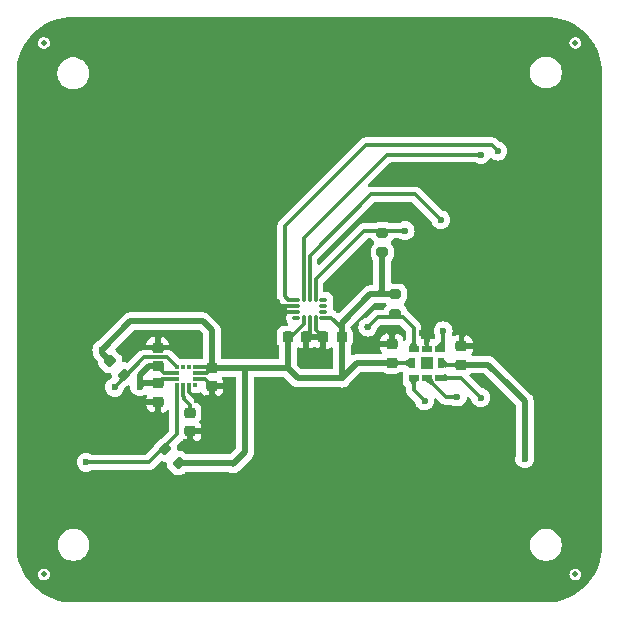
<source format=gtl>
G04 #@! TF.GenerationSoftware,KiCad,Pcbnew,8.0.1*
G04 #@! TF.CreationDate,2025-02-17T15:23:14+05:00*
G04 #@! TF.ProjectId,Sensors,53656e73-6f72-4732-9e6b-696361645f70,rev?*
G04 #@! TF.SameCoordinates,Original*
G04 #@! TF.FileFunction,Copper,L1,Top*
G04 #@! TF.FilePolarity,Positive*
%FSLAX46Y46*%
G04 Gerber Fmt 4.6, Leading zero omitted, Abs format (unit mm)*
G04 Created by KiCad (PCBNEW 8.0.1) date 2025-02-17 15:23:14*
%MOMM*%
%LPD*%
G01*
G04 APERTURE LIST*
G04 Aperture macros list*
%AMRoundRect*
0 Rectangle with rounded corners*
0 $1 Rounding radius*
0 $2 $3 $4 $5 $6 $7 $8 $9 X,Y pos of 4 corners*
0 Add a 4 corners polygon primitive as box body*
4,1,4,$2,$3,$4,$5,$6,$7,$8,$9,$2,$3,0*
0 Add four circle primitives for the rounded corners*
1,1,$1+$1,$2,$3*
1,1,$1+$1,$4,$5*
1,1,$1+$1,$6,$7*
1,1,$1+$1,$8,$9*
0 Add four rect primitives between the rounded corners*
20,1,$1+$1,$2,$3,$4,$5,0*
20,1,$1+$1,$4,$5,$6,$7,0*
20,1,$1+$1,$6,$7,$8,$9,0*
20,1,$1+$1,$8,$9,$2,$3,0*%
G04 Aperture macros list end*
G04 #@! TA.AperFunction,SMDPad,CuDef*
%ADD10RoundRect,0.225000X0.250000X-0.225000X0.250000X0.225000X-0.250000X0.225000X-0.250000X-0.225000X0*%
G04 #@! TD*
G04 #@! TA.AperFunction,SMDPad,CuDef*
%ADD11RoundRect,0.200000X-0.335876X-0.053033X-0.053033X-0.335876X0.335876X0.053033X0.053033X0.335876X0*%
G04 #@! TD*
G04 #@! TA.AperFunction,SMDPad,CuDef*
%ADD12RoundRect,0.225000X0.225000X0.250000X-0.225000X0.250000X-0.225000X-0.250000X0.225000X-0.250000X0*%
G04 #@! TD*
G04 #@! TA.AperFunction,SMDPad,CuDef*
%ADD13RoundRect,0.200000X0.335876X0.053033X0.053033X0.335876X-0.335876X-0.053033X-0.053033X-0.335876X0*%
G04 #@! TD*
G04 #@! TA.AperFunction,SMDPad,CuDef*
%ADD14R,0.375000X0.350000*%
G04 #@! TD*
G04 #@! TA.AperFunction,SMDPad,CuDef*
%ADD15R,0.350000X0.375000*%
G04 #@! TD*
G04 #@! TA.AperFunction,SMDPad,CuDef*
%ADD16RoundRect,0.200000X-0.275000X0.200000X-0.275000X-0.200000X0.275000X-0.200000X0.275000X0.200000X0*%
G04 #@! TD*
G04 #@! TA.AperFunction,SMDPad,CuDef*
%ADD17R,0.838200X0.609600*%
G04 #@! TD*
G04 #@! TA.AperFunction,SMDPad,CuDef*
%ADD18R,0.609600X0.838200*%
G04 #@! TD*
G04 #@! TA.AperFunction,SMDPad,CuDef*
%ADD19R,1.066800X1.066800*%
G04 #@! TD*
G04 #@! TA.AperFunction,SMDPad,CuDef*
%ADD20C,0.500000*%
G04 #@! TD*
G04 #@! TA.AperFunction,SMDPad,CuDef*
%ADD21RoundRect,0.087500X-0.225000X-0.087500X0.225000X-0.087500X0.225000X0.087500X-0.225000X0.087500X0*%
G04 #@! TD*
G04 #@! TA.AperFunction,SMDPad,CuDef*
%ADD22RoundRect,0.087500X-0.087500X-0.225000X0.087500X-0.225000X0.087500X0.225000X-0.087500X0.225000X0*%
G04 #@! TD*
G04 #@! TA.AperFunction,SMDPad,CuDef*
%ADD23RoundRect,0.225000X-0.250000X0.225000X-0.250000X-0.225000X0.250000X-0.225000X0.250000X0.225000X0*%
G04 #@! TD*
G04 #@! TA.AperFunction,SMDPad,CuDef*
%ADD24RoundRect,0.200000X0.275000X-0.200000X0.275000X0.200000X-0.275000X0.200000X-0.275000X-0.200000X0*%
G04 #@! TD*
G04 #@! TA.AperFunction,ViaPad*
%ADD25C,0.600000*%
G04 #@! TD*
G04 #@! TA.AperFunction,Conductor*
%ADD26C,0.300000*%
G04 #@! TD*
G04 #@! TA.AperFunction,Conductor*
%ADD27C,0.500000*%
G04 #@! TD*
G04 APERTURE END LIST*
D10*
X185975000Y-111875000D03*
X185975000Y-110325000D03*
D11*
X156216637Y-111566637D03*
X157383363Y-112733363D03*
D12*
X172825000Y-109550000D03*
X171275000Y-109550000D03*
D10*
X180075000Y-111725000D03*
X180075000Y-110175000D03*
D13*
X162058363Y-120233363D03*
X160891637Y-119066637D03*
D12*
X175825000Y-109575000D03*
X174275000Y-109575000D03*
D14*
X161900000Y-112100000D03*
X161900000Y-112600000D03*
X161900000Y-113100000D03*
X161900000Y-113600000D03*
D15*
X162412500Y-113612500D03*
X162912500Y-113612500D03*
D14*
X163425000Y-113600000D03*
X163425000Y-113100000D03*
X163425000Y-112600000D03*
X163425000Y-112100000D03*
D15*
X162912500Y-112087500D03*
X162412500Y-112087500D03*
D16*
X179275000Y-100725000D03*
X179275000Y-102375000D03*
D17*
X181925000Y-112994200D03*
X183025000Y-112994201D03*
X184125000Y-112994200D03*
D18*
X184244201Y-111775000D03*
D17*
X184125000Y-110555800D03*
X183025000Y-110555799D03*
X181925000Y-110555800D03*
D18*
X181805799Y-111775000D03*
D19*
X183025000Y-111775000D03*
D10*
X160275000Y-115025000D03*
X160275000Y-113475000D03*
D20*
X195625000Y-129650000D03*
D21*
X171962500Y-106400000D03*
X171962500Y-106900000D03*
X171962500Y-107400000D03*
X171962500Y-107900000D03*
D22*
X172625000Y-108062500D03*
X173125000Y-108062500D03*
X173625000Y-108062500D03*
D21*
X174287500Y-107900000D03*
X174287500Y-107400000D03*
X174287500Y-106900000D03*
X174287500Y-106400000D03*
D22*
X173625000Y-106237500D03*
X173125000Y-106237500D03*
X172625000Y-106237500D03*
D20*
X150625000Y-129650000D03*
D23*
X164850000Y-112150000D03*
X164850000Y-113700000D03*
D24*
X180375000Y-107575000D03*
X180375000Y-105925000D03*
D23*
X160250000Y-110475000D03*
X160250000Y-112025000D03*
D20*
X150625000Y-84650000D03*
X195625000Y-84650000D03*
D23*
X162975000Y-115975000D03*
X162975000Y-117525000D03*
D25*
X196970000Y-126800000D03*
X196970000Y-124260000D03*
X196970000Y-121720000D03*
X196970000Y-119180000D03*
X196970000Y-116640000D03*
X196970000Y-114100000D03*
X196970000Y-111560000D03*
X196970000Y-109020000D03*
X196970000Y-106480000D03*
X196970000Y-103940000D03*
X196970000Y-101400000D03*
X196970000Y-98860000D03*
X196970000Y-96320000D03*
X196970000Y-93780000D03*
X196970000Y-91240000D03*
X196970000Y-88700000D03*
X196970000Y-86160000D03*
X194430000Y-129340000D03*
X194430000Y-124260000D03*
X194430000Y-121720000D03*
X194430000Y-119180000D03*
X194430000Y-116640000D03*
X194430000Y-114100000D03*
X194430000Y-111560000D03*
X194430000Y-109020000D03*
X194430000Y-106480000D03*
X194430000Y-103940000D03*
X194430000Y-101400000D03*
X194430000Y-98860000D03*
X194430000Y-96320000D03*
X194430000Y-93780000D03*
X194430000Y-91240000D03*
X194430000Y-83620000D03*
X191890000Y-129340000D03*
X191890000Y-109020000D03*
X191890000Y-106480000D03*
X191890000Y-103940000D03*
X191890000Y-101400000D03*
X191890000Y-98860000D03*
X191890000Y-96320000D03*
X191890000Y-93780000D03*
X191890000Y-91240000D03*
X191890000Y-83620000D03*
X189350000Y-129340000D03*
X189350000Y-126800000D03*
X189350000Y-106480000D03*
X189350000Y-103940000D03*
X189350000Y-101400000D03*
X189350000Y-88700000D03*
X189350000Y-86160000D03*
X189350000Y-83620000D03*
X186810000Y-129340000D03*
X186810000Y-126800000D03*
X186810000Y-106480000D03*
X186810000Y-103940000D03*
X186810000Y-101400000D03*
X186810000Y-88700000D03*
X186810000Y-86160000D03*
X186810000Y-83620000D03*
X184270000Y-129340000D03*
X184270000Y-126800000D03*
X184270000Y-106480000D03*
X184270000Y-103940000D03*
X184270000Y-101400000D03*
X184270000Y-88700000D03*
X184270000Y-86160000D03*
X184270000Y-83620000D03*
X181730000Y-129340000D03*
X181730000Y-126800000D03*
X181730000Y-106480000D03*
X181730000Y-103940000D03*
X181730000Y-88700000D03*
X181730000Y-86160000D03*
X181730000Y-83620000D03*
X179190000Y-129340000D03*
X179190000Y-126800000D03*
X179190000Y-124260000D03*
X179190000Y-121720000D03*
X179190000Y-98860000D03*
X179190000Y-91240000D03*
X179190000Y-88700000D03*
X179190000Y-86160000D03*
X179190000Y-83620000D03*
X176650000Y-129340000D03*
X176650000Y-126800000D03*
X176650000Y-124260000D03*
X176650000Y-121720000D03*
X176650000Y-119180000D03*
X176650000Y-103940000D03*
X176650000Y-91240000D03*
X176650000Y-88700000D03*
X176650000Y-86160000D03*
X176650000Y-83620000D03*
X174110000Y-129340000D03*
X174110000Y-126800000D03*
X174110000Y-124260000D03*
X174110000Y-121720000D03*
X174110000Y-119180000D03*
X174110000Y-116640000D03*
X174110000Y-114100000D03*
X174110000Y-93780000D03*
X174110000Y-91240000D03*
X174110000Y-88700000D03*
X174110000Y-86160000D03*
X174110000Y-83620000D03*
X171570000Y-129340000D03*
X171570000Y-126800000D03*
X171570000Y-124260000D03*
X171570000Y-121720000D03*
X171570000Y-119180000D03*
X171570000Y-116640000D03*
X171570000Y-114100000D03*
X171570000Y-96320000D03*
X171570000Y-93780000D03*
X171570000Y-91240000D03*
X171570000Y-88700000D03*
X171570000Y-86160000D03*
X171570000Y-83620000D03*
X169030000Y-129340000D03*
X169030000Y-126800000D03*
X169030000Y-124260000D03*
X169030000Y-121720000D03*
X169030000Y-119180000D03*
X169030000Y-116640000D03*
X169030000Y-114100000D03*
X169030000Y-109020000D03*
X169030000Y-103940000D03*
X169030000Y-101400000D03*
X169030000Y-98860000D03*
X169030000Y-96320000D03*
X169030000Y-93780000D03*
X169030000Y-91240000D03*
X169030000Y-88700000D03*
X169030000Y-86160000D03*
X169030000Y-83620000D03*
X166490000Y-129340000D03*
X166490000Y-126800000D03*
X166490000Y-124260000D03*
X166490000Y-121720000D03*
X166490000Y-116640000D03*
X166490000Y-109020000D03*
X166490000Y-106480000D03*
X166490000Y-103940000D03*
X166490000Y-101400000D03*
X166490000Y-98860000D03*
X166490000Y-96320000D03*
X166490000Y-93780000D03*
X166490000Y-91240000D03*
X166490000Y-88700000D03*
X166490000Y-86160000D03*
X166490000Y-83620000D03*
X163950000Y-129340000D03*
X163950000Y-126800000D03*
X163950000Y-124260000D03*
X163950000Y-121720000D03*
X163950000Y-106480000D03*
X163950000Y-103940000D03*
X163950000Y-101400000D03*
X163950000Y-98860000D03*
X163950000Y-96320000D03*
X163950000Y-93780000D03*
X163950000Y-91240000D03*
X163950000Y-88700000D03*
X163950000Y-86160000D03*
X163950000Y-83620000D03*
X161410000Y-129340000D03*
X161410000Y-126800000D03*
X161410000Y-124260000D03*
X161410000Y-121720000D03*
X161410000Y-106480000D03*
X161410000Y-103940000D03*
X161410000Y-101400000D03*
X161410000Y-98860000D03*
X161410000Y-96320000D03*
X161410000Y-93780000D03*
X161410000Y-91240000D03*
X161410000Y-88700000D03*
X161410000Y-86160000D03*
X161410000Y-83620000D03*
X158870000Y-129340000D03*
X158870000Y-126800000D03*
X158870000Y-124260000D03*
X158870000Y-121720000D03*
X158870000Y-106480000D03*
X158870000Y-103940000D03*
X158870000Y-101400000D03*
X158870000Y-98860000D03*
X158870000Y-96320000D03*
X158870000Y-93780000D03*
X158870000Y-91240000D03*
X158870000Y-88700000D03*
X158870000Y-86160000D03*
X158870000Y-83620000D03*
X156330000Y-129340000D03*
X156330000Y-126800000D03*
X156330000Y-106480000D03*
X156330000Y-103940000D03*
X156330000Y-101400000D03*
X156330000Y-98860000D03*
X156330000Y-96320000D03*
X156330000Y-93780000D03*
X156330000Y-91240000D03*
X156330000Y-88700000D03*
X156330000Y-86160000D03*
X156330000Y-83620000D03*
X153790000Y-129340000D03*
X153790000Y-114100000D03*
X153790000Y-111560000D03*
X153790000Y-109020000D03*
X153790000Y-106480000D03*
X153790000Y-103940000D03*
X153790000Y-101400000D03*
X153790000Y-98860000D03*
X153790000Y-96320000D03*
X153790000Y-93780000D03*
X153790000Y-91240000D03*
X153790000Y-83620000D03*
X151250000Y-124260000D03*
X151250000Y-121720000D03*
X151250000Y-119180000D03*
X151250000Y-116640000D03*
X151250000Y-114100000D03*
X151250000Y-111560000D03*
X151250000Y-109020000D03*
X151250000Y-106480000D03*
X151250000Y-103940000D03*
X151250000Y-101400000D03*
X151250000Y-98860000D03*
X151250000Y-96320000D03*
X151250000Y-93780000D03*
X151250000Y-91240000D03*
X151250000Y-88700000D03*
X158725000Y-113750000D03*
X191325000Y-119850000D03*
X155525000Y-110625000D03*
X175850000Y-113025000D03*
X160725000Y-116225000D03*
X160700000Y-109250000D03*
X163575000Y-114875000D03*
X170375000Y-106600000D03*
X183425000Y-109225000D03*
X163475000Y-118575000D03*
X185725000Y-109075000D03*
X162625000Y-118475000D03*
X159875000Y-116150000D03*
X165325000Y-114825000D03*
X172875000Y-110925000D03*
X159875000Y-109225000D03*
X180500000Y-109000000D03*
X173850000Y-110700000D03*
X164525000Y-114750000D03*
X186550000Y-109075000D03*
X182600000Y-109250000D03*
X170525000Y-107900000D03*
X179625000Y-108975000D03*
X187600000Y-114675000D03*
X181200000Y-100550000D03*
X185625000Y-114625000D03*
X182850000Y-114950000D03*
X178050000Y-108700000D03*
X184425000Y-109025000D03*
X154200000Y-120150000D03*
X156600000Y-113800000D03*
X184225000Y-99625000D03*
X187600000Y-94100000D03*
X189050000Y-93800000D03*
D26*
X163425000Y-112600000D02*
X164400000Y-112600000D01*
D27*
X175850000Y-113025000D02*
X172100000Y-113025000D01*
D26*
X184344201Y-111875000D02*
X184244201Y-111775000D01*
D27*
X175825000Y-108350000D02*
X178250000Y-105925000D01*
X166533363Y-120233363D02*
X162058363Y-120233363D01*
X171225000Y-112150000D02*
X171275000Y-112200000D01*
X190050000Y-113700000D02*
X191325000Y-114975000D01*
X164850000Y-108975000D02*
X164850000Y-112150000D01*
X177150000Y-111725000D02*
X175850000Y-113025000D01*
D26*
X181755799Y-111725000D02*
X181805799Y-111775000D01*
D27*
X175850000Y-113025000D02*
X175850000Y-109600000D01*
X179275000Y-105675000D02*
X179025000Y-105925000D01*
X155525000Y-110875000D02*
X156216637Y-111566637D01*
X155525000Y-110625000D02*
X155525000Y-110875000D01*
X171275000Y-112200000D02*
X171275000Y-109550000D01*
D26*
X172625000Y-108425000D02*
X172625000Y-108062500D01*
X175825000Y-108775000D02*
X174950000Y-107900000D01*
D27*
X157950000Y-108200000D02*
X164075000Y-108200000D01*
D26*
X164800000Y-112100000D02*
X164850000Y-112150000D01*
X174950000Y-107900000D02*
X174287500Y-107900000D01*
D27*
X172100000Y-113025000D02*
X171275000Y-112200000D01*
X159000000Y-113475000D02*
X158725000Y-113750000D01*
X155525000Y-110625000D02*
X157950000Y-108200000D01*
X159500000Y-112025000D02*
X158725000Y-112800000D01*
X164850000Y-112150000D02*
X167625000Y-112150000D01*
X158725000Y-112800000D02*
X158725000Y-113750000D01*
X167625000Y-119325000D02*
X166625000Y-120325000D01*
D26*
X160250000Y-112025000D02*
X160825000Y-112600000D01*
D27*
X180075000Y-111725000D02*
X177150000Y-111725000D01*
X167625000Y-112150000D02*
X171225000Y-112150000D01*
D26*
X185975000Y-111875000D02*
X184344201Y-111875000D01*
X160650000Y-113100000D02*
X161900000Y-113100000D01*
D27*
X160250000Y-112025000D02*
X159500000Y-112025000D01*
X166625000Y-120325000D02*
X166533363Y-120233363D01*
D26*
X160825000Y-112600000D02*
X161900000Y-112600000D01*
D27*
X164075000Y-108200000D02*
X164850000Y-108975000D01*
D26*
X164400000Y-112600000D02*
X164850000Y-112150000D01*
D27*
X188225000Y-111875000D02*
X190050000Y-113700000D01*
X160275000Y-113475000D02*
X159000000Y-113475000D01*
X175825000Y-109575000D02*
X175825000Y-108350000D01*
X191325000Y-114975000D02*
X191325000Y-119850000D01*
X179025000Y-105925000D02*
X180375000Y-105925000D01*
X167625000Y-112150000D02*
X167625000Y-119325000D01*
D26*
X160275000Y-113475000D02*
X160650000Y-113100000D01*
X175825000Y-109575000D02*
X175825000Y-108775000D01*
D27*
X179275000Y-102375000D02*
X179275000Y-105675000D01*
D26*
X163425000Y-112100000D02*
X164800000Y-112100000D01*
X171500000Y-109550000D02*
X172625000Y-108425000D01*
D27*
X175850000Y-109600000D02*
X175825000Y-109575000D01*
X178250000Y-105925000D02*
X179025000Y-105925000D01*
X185975000Y-111875000D02*
X188225000Y-111875000D01*
D26*
X180075000Y-111725000D02*
X181755799Y-111725000D01*
X171275000Y-109550000D02*
X171500000Y-109550000D01*
X172825000Y-110875000D02*
X172875000Y-110925000D01*
X174275000Y-109575000D02*
X174275000Y-110275000D01*
X171025000Y-107400000D02*
X170525000Y-107900000D01*
X170675000Y-106900000D02*
X170375000Y-106600000D01*
X183025000Y-110200000D02*
X183025000Y-109625000D01*
X160275000Y-115025000D02*
X160275000Y-115775000D01*
X164850000Y-114350000D02*
X165325000Y-114825000D01*
X162975000Y-118075000D02*
X163475000Y-118575000D01*
X183025000Y-110555799D02*
X183025000Y-110200000D01*
X164850000Y-113700000D02*
X164850000Y-114350000D01*
X173625000Y-108062500D02*
X173625000Y-108925000D01*
X171962500Y-106900000D02*
X170675000Y-106900000D01*
X160250000Y-110475000D02*
X160250000Y-109700000D01*
X183025000Y-109625000D02*
X183425000Y-109225000D01*
X172825000Y-109550000D02*
X173125000Y-109250000D01*
X163575000Y-114875000D02*
X162912500Y-114212500D01*
X164850000Y-113700000D02*
X164250000Y-113100000D01*
X160275000Y-115025000D02*
X160275000Y-115750000D01*
X162912500Y-114212500D02*
X162912500Y-113612500D01*
X173625000Y-108925000D02*
X174275000Y-109575000D01*
X183025000Y-109675000D02*
X182600000Y-109250000D01*
X162975000Y-117525000D02*
X162975000Y-118075000D01*
X180075000Y-110175000D02*
X180075000Y-109425000D01*
X164850000Y-113700000D02*
X164850000Y-114425000D01*
X164850000Y-114425000D02*
X164525000Y-114750000D01*
X180075000Y-109425000D02*
X179625000Y-108975000D01*
X185975000Y-109325000D02*
X185725000Y-109075000D01*
X173125000Y-109250000D02*
X173125000Y-108062500D01*
X160250000Y-109600000D02*
X159875000Y-109225000D01*
X180075000Y-109425000D02*
X180500000Y-109000000D01*
X160250000Y-110475000D02*
X160250000Y-109600000D01*
X174275000Y-110275000D02*
X173850000Y-110700000D01*
X185975000Y-110325000D02*
X185975000Y-109650000D01*
X162975000Y-118125000D02*
X162625000Y-118475000D01*
X162975000Y-117525000D02*
X162975000Y-118125000D01*
X172825000Y-109550000D02*
X172825000Y-110875000D01*
X171962500Y-107400000D02*
X171025000Y-107400000D01*
X160275000Y-115775000D02*
X160725000Y-116225000D01*
X185975000Y-110325000D02*
X185975000Y-109325000D01*
X185975000Y-109650000D02*
X186550000Y-109075000D01*
X160275000Y-115750000D02*
X159875000Y-116150000D01*
X160250000Y-109700000D02*
X160700000Y-109250000D01*
X164250000Y-113100000D02*
X163425000Y-113100000D01*
X183025000Y-110200000D02*
X183025000Y-109675000D01*
X162975000Y-115975000D02*
X162975000Y-115325000D01*
X162450000Y-114600000D02*
X162412500Y-114562500D01*
X162975000Y-115325000D02*
X162450000Y-114800000D01*
X162412500Y-114562500D02*
X162412500Y-113612500D01*
X162450000Y-114800000D02*
X162450000Y-114600000D01*
X187600000Y-114675000D02*
X185919200Y-112994200D01*
X185919200Y-112994200D02*
X184125000Y-112994200D01*
X173625000Y-106237500D02*
X173625000Y-104675000D01*
X173625000Y-104675000D02*
X177750000Y-100550000D01*
X177750000Y-100550000D02*
X181200000Y-100550000D01*
X185625000Y-114625000D02*
X184655799Y-114625000D01*
X184655799Y-114625000D02*
X183025000Y-112994201D01*
X181925000Y-112994200D02*
X181925000Y-114025000D01*
X181925000Y-114025000D02*
X182850000Y-114950000D01*
X181925000Y-108775000D02*
X181925000Y-110555800D01*
X181025000Y-107875000D02*
X181925000Y-108775000D01*
X178875000Y-107875000D02*
X181025000Y-107875000D01*
X177900000Y-108700000D02*
X178050000Y-108700000D01*
X178050000Y-108700000D02*
X178875000Y-107875000D01*
X184425000Y-109025000D02*
X184425000Y-110255800D01*
X184425000Y-110255800D02*
X184125000Y-110555800D01*
X161900000Y-117775000D02*
X160725000Y-118950000D01*
X160725000Y-118950000D02*
X159525000Y-120150000D01*
X161900000Y-113600000D02*
X161900000Y-117775000D01*
X159525000Y-120150000D02*
X154200000Y-120150000D01*
X161075000Y-111275000D02*
X159125000Y-111275000D01*
X161900000Y-112100000D02*
X161075000Y-111275000D01*
X159125000Y-111275000D02*
X156600000Y-113800000D01*
X173125000Y-106237500D02*
X173125000Y-102650000D01*
X173125000Y-102650000D02*
X178300000Y-97475000D01*
X178300000Y-97475000D02*
X182075000Y-97475000D01*
X182075000Y-97475000D02*
X184225000Y-99625000D01*
X179700000Y-94100000D02*
X172600000Y-101200000D01*
X187600000Y-94100000D02*
X179700000Y-94100000D01*
X172600000Y-106212500D02*
X172625000Y-106237500D01*
X172600000Y-101200000D02*
X172600000Y-106212500D01*
X171325000Y-106400000D02*
X171962500Y-106400000D01*
X189050000Y-93800000D02*
X188550000Y-93300000D01*
X171025000Y-106100000D02*
X171325000Y-106400000D01*
X188550000Y-93300000D02*
X177875000Y-93300000D01*
X171025000Y-100150000D02*
X171025000Y-106100000D01*
X177875000Y-93300000D02*
X171025000Y-100150000D01*
G04 #@! TA.AperFunction,Conductor*
G36*
X166817539Y-112920185D02*
G01*
X166863294Y-112972989D01*
X166874500Y-113024500D01*
X166874500Y-118962770D01*
X166854815Y-119029809D01*
X166838181Y-119050451D01*
X166442088Y-119446544D01*
X166380765Y-119480029D01*
X166354407Y-119482863D01*
X162738791Y-119482863D01*
X162671752Y-119463178D01*
X162651110Y-119446544D01*
X162566701Y-119362135D01*
X162566691Y-119362125D01*
X162512248Y-119316753D01*
X162436934Y-119277225D01*
X162361620Y-119237696D01*
X162196452Y-119196987D01*
X162052013Y-119196987D01*
X161984974Y-119177302D01*
X161939219Y-119124498D01*
X161928013Y-119072987D01*
X161928013Y-118928548D01*
X161893018Y-118786566D01*
X161896087Y-118716764D01*
X161925732Y-118669212D01*
X162203005Y-118391940D01*
X162264325Y-118358457D01*
X162334017Y-118363441D01*
X162355781Y-118374085D01*
X162416512Y-118411545D01*
X162577393Y-118464855D01*
X162676683Y-118474999D01*
X162724999Y-118474998D01*
X162725000Y-118474998D01*
X162725000Y-117775000D01*
X163225000Y-117775000D01*
X163225000Y-118474999D01*
X163273308Y-118474999D01*
X163273322Y-118474998D01*
X163372607Y-118464855D01*
X163533481Y-118411547D01*
X163533492Y-118411542D01*
X163677728Y-118322575D01*
X163677732Y-118322572D01*
X163797572Y-118202732D01*
X163797575Y-118202728D01*
X163886542Y-118058492D01*
X163886547Y-118058481D01*
X163939855Y-117897606D01*
X163949999Y-117798322D01*
X163950000Y-117798309D01*
X163950000Y-117775000D01*
X163225000Y-117775000D01*
X162725000Y-117775000D01*
X162725000Y-117399000D01*
X162744685Y-117331961D01*
X162797489Y-117286206D01*
X162849000Y-117275000D01*
X163949999Y-117275000D01*
X163949999Y-117251692D01*
X163949998Y-117251677D01*
X163939855Y-117152392D01*
X163886547Y-116991518D01*
X163886542Y-116991507D01*
X163797575Y-116847271D01*
X163797572Y-116847267D01*
X163788339Y-116838034D01*
X163754854Y-116776711D01*
X163759838Y-116707019D01*
X163788343Y-116662668D01*
X163797968Y-116653044D01*
X163887003Y-116508697D01*
X163940349Y-116347708D01*
X163950500Y-116248345D01*
X163950499Y-115701656D01*
X163940349Y-115602292D01*
X163887003Y-115441303D01*
X163886999Y-115441297D01*
X163886998Y-115441294D01*
X163797970Y-115296959D01*
X163797967Y-115296955D01*
X163678043Y-115177031D01*
X163631254Y-115148171D01*
X163584530Y-115096223D01*
X163581791Y-115090086D01*
X163551466Y-115016875D01*
X163551464Y-115016872D01*
X163523167Y-114974522D01*
X163480277Y-114910331D01*
X163125761Y-114555815D01*
X163092276Y-114494492D01*
X163091852Y-114492463D01*
X163081733Y-114441587D01*
X163087962Y-114372000D01*
X163130825Y-114316823D01*
X163190097Y-114294111D01*
X163194877Y-114293597D01*
X163222435Y-114283318D01*
X163265766Y-114275499D01*
X163660372Y-114275499D01*
X163719983Y-114269091D01*
X163820038Y-114231772D01*
X163889725Y-114226789D01*
X163951049Y-114260273D01*
X163968906Y-114282857D01*
X164027426Y-114377731D01*
X164147267Y-114497572D01*
X164147271Y-114497575D01*
X164291507Y-114586542D01*
X164291518Y-114586547D01*
X164452393Y-114639855D01*
X164551683Y-114649999D01*
X164599999Y-114649998D01*
X164600000Y-114649998D01*
X164600000Y-113950000D01*
X165100000Y-113950000D01*
X165100000Y-114649999D01*
X165148308Y-114649999D01*
X165148322Y-114649998D01*
X165247607Y-114639855D01*
X165408481Y-114586547D01*
X165408492Y-114586542D01*
X165552728Y-114497575D01*
X165552732Y-114497572D01*
X165672572Y-114377732D01*
X165672575Y-114377728D01*
X165761542Y-114233492D01*
X165761547Y-114233481D01*
X165814855Y-114072606D01*
X165824999Y-113973322D01*
X165825000Y-113973309D01*
X165825000Y-113950000D01*
X165100000Y-113950000D01*
X164600000Y-113950000D01*
X164600000Y-113574000D01*
X164619685Y-113506961D01*
X164672489Y-113461206D01*
X164724000Y-113450000D01*
X165824999Y-113450000D01*
X165824999Y-113426692D01*
X165824998Y-113426677D01*
X165814855Y-113327392D01*
X165761547Y-113166518D01*
X165761542Y-113166507D01*
X165714103Y-113089597D01*
X165695662Y-113022205D01*
X165716584Y-112955541D01*
X165770226Y-112910772D01*
X165819641Y-112900500D01*
X166750500Y-112900500D01*
X166817539Y-112920185D01*
G37*
G04 #@! TD.AperFunction*
G04 #@! TA.AperFunction,Conductor*
G36*
X173808677Y-109319685D02*
G01*
X173815273Y-109325000D01*
X174401000Y-109325000D01*
X174468039Y-109344685D01*
X174513794Y-109397489D01*
X174525000Y-109449000D01*
X174525000Y-110549999D01*
X174548308Y-110549999D01*
X174548322Y-110549998D01*
X174647607Y-110539855D01*
X174808481Y-110486547D01*
X174808488Y-110486544D01*
X174910402Y-110423682D01*
X174977794Y-110405241D01*
X175044458Y-110426163D01*
X175089228Y-110479805D01*
X175099500Y-110529220D01*
X175099500Y-112150500D01*
X175079815Y-112217539D01*
X175027011Y-112263294D01*
X174975500Y-112274500D01*
X172462229Y-112274500D01*
X172395190Y-112254815D01*
X172374548Y-112238181D01*
X172061819Y-111925451D01*
X172028334Y-111864128D01*
X172025500Y-111837770D01*
X172025500Y-110519640D01*
X172045185Y-110452601D01*
X172097989Y-110406846D01*
X172167147Y-110396902D01*
X172214598Y-110414102D01*
X172291511Y-110461544D01*
X172291518Y-110461547D01*
X172452393Y-110514855D01*
X172551683Y-110524999D01*
X172575000Y-110524998D01*
X172575000Y-109800000D01*
X173075000Y-109800000D01*
X173075000Y-110524999D01*
X173098308Y-110524999D01*
X173098322Y-110524998D01*
X173197607Y-110514855D01*
X173358481Y-110461547D01*
X173358488Y-110461544D01*
X173464636Y-110396070D01*
X173532028Y-110377629D01*
X173594832Y-110396070D01*
X173741511Y-110486544D01*
X173741518Y-110486547D01*
X173902393Y-110539855D01*
X174001683Y-110549999D01*
X174025000Y-110549998D01*
X174025000Y-109825000D01*
X173358362Y-109825000D01*
X173291323Y-109805315D01*
X173284727Y-109800000D01*
X173075000Y-109800000D01*
X172575000Y-109800000D01*
X172575000Y-109446307D01*
X172594685Y-109379268D01*
X172611319Y-109358626D01*
X172633626Y-109336319D01*
X172694949Y-109302834D01*
X172721307Y-109300000D01*
X173741638Y-109300000D01*
X173808677Y-109319685D01*
G37*
G04 #@! TD.AperFunction*
G04 #@! TA.AperFunction,Conductor*
G36*
X163779809Y-108970185D02*
G01*
X163800451Y-108986819D01*
X164063181Y-109249548D01*
X164096666Y-109310871D01*
X164099500Y-109337229D01*
X164099500Y-111325500D01*
X164079815Y-111392539D01*
X164027011Y-111438294D01*
X163975500Y-111449500D01*
X163792200Y-111449500D01*
X163748867Y-111441682D01*
X163732595Y-111435613D01*
X163719981Y-111430908D01*
X163660383Y-111424501D01*
X163660381Y-111424500D01*
X163660373Y-111424500D01*
X163660365Y-111424500D01*
X163267202Y-111424500D01*
X163223872Y-111416683D01*
X163194983Y-111405909D01*
X163194982Y-111405908D01*
X163135382Y-111399501D01*
X163135373Y-111399500D01*
X163135363Y-111399500D01*
X162689633Y-111399500D01*
X162689621Y-111399501D01*
X162675748Y-111400992D01*
X162649256Y-111400991D01*
X162635389Y-111399501D01*
X162635375Y-111399500D01*
X162635373Y-111399500D01*
X162635370Y-111399500D01*
X162189629Y-111399500D01*
X162189615Y-111399501D01*
X162185240Y-111399972D01*
X162116481Y-111387564D01*
X162084309Y-111364363D01*
X161489674Y-110769727D01*
X161489673Y-110769726D01*
X161489669Y-110769723D01*
X161383127Y-110698535D01*
X161380884Y-110697606D01*
X161264744Y-110649499D01*
X161264738Y-110649497D01*
X161139071Y-110624500D01*
X161139069Y-110624500D01*
X159060931Y-110624500D01*
X159060929Y-110624500D01*
X158935261Y-110649497D01*
X158935255Y-110649499D01*
X158816870Y-110698535D01*
X158710331Y-110769722D01*
X158710324Y-110769728D01*
X157780787Y-111699265D01*
X157719464Y-111732750D01*
X157663431Y-111731981D01*
X157521452Y-111696987D01*
X157377013Y-111696987D01*
X157309974Y-111677302D01*
X157264219Y-111624498D01*
X157253013Y-111572987D01*
X157253013Y-111428548D01*
X157212303Y-111263379D01*
X157195042Y-111230491D01*
X157133247Y-111112752D01*
X157087875Y-111058309D01*
X156724965Y-110695399D01*
X156715274Y-110687322D01*
X156676378Y-110629283D01*
X156675034Y-110559426D01*
X156706978Y-110504388D01*
X156986366Y-110225000D01*
X159275000Y-110225000D01*
X160000000Y-110225000D01*
X160000000Y-109525000D01*
X160500000Y-109525000D01*
X160500000Y-110225000D01*
X161224999Y-110225000D01*
X161224999Y-110201692D01*
X161224998Y-110201677D01*
X161214855Y-110102392D01*
X161161547Y-109941518D01*
X161161542Y-109941507D01*
X161072575Y-109797271D01*
X161072572Y-109797267D01*
X160952732Y-109677427D01*
X160952728Y-109677424D01*
X160808492Y-109588457D01*
X160808481Y-109588452D01*
X160647606Y-109535144D01*
X160548322Y-109525000D01*
X160500000Y-109525000D01*
X160000000Y-109525000D01*
X159999999Y-109524999D01*
X159951693Y-109525000D01*
X159951675Y-109525001D01*
X159852392Y-109535144D01*
X159691518Y-109588452D01*
X159691507Y-109588457D01*
X159547271Y-109677424D01*
X159547267Y-109677427D01*
X159427427Y-109797267D01*
X159427424Y-109797271D01*
X159338457Y-109941507D01*
X159338452Y-109941518D01*
X159285144Y-110102393D01*
X159275000Y-110201677D01*
X159275000Y-110225000D01*
X156986366Y-110225000D01*
X158224549Y-108986819D01*
X158285872Y-108953334D01*
X158312230Y-108950500D01*
X163712770Y-108950500D01*
X163779809Y-108970185D01*
G37*
G04 #@! TD.AperFunction*
G04 #@! TA.AperFunction,Conductor*
G36*
X179576519Y-106695185D02*
G01*
X179622274Y-106747989D01*
X179632218Y-106817147D01*
X179603193Y-106880703D01*
X179597161Y-106887181D01*
X179544531Y-106939810D01*
X179544530Y-106939811D01*
X179456520Y-107085397D01*
X179440319Y-107137390D01*
X179401582Y-107195538D01*
X179337557Y-107223512D01*
X179321934Y-107224500D01*
X178810929Y-107224500D01*
X178709457Y-107244685D01*
X178693777Y-107247804D01*
X178692042Y-107248149D01*
X178685257Y-107249498D01*
X178566875Y-107298533D01*
X178566866Y-107298538D01*
X178460331Y-107369723D01*
X178460327Y-107369726D01*
X177951775Y-107878277D01*
X177890452Y-107911762D01*
X177877988Y-107913815D01*
X177870752Y-107914630D01*
X177870744Y-107914632D01*
X177700478Y-107974210D01*
X177547737Y-108070184D01*
X177420184Y-108197737D01*
X177324210Y-108350478D01*
X177264630Y-108520750D01*
X177255051Y-108605767D01*
X177253450Y-108616067D01*
X177249500Y-108635930D01*
X177249500Y-108648085D01*
X177248720Y-108661968D01*
X177244435Y-108700000D01*
X177247480Y-108727029D01*
X177248720Y-108738029D01*
X177249500Y-108751914D01*
X177249500Y-108764069D01*
X177253450Y-108783929D01*
X177255052Y-108794235D01*
X177264630Y-108879249D01*
X177324210Y-109049521D01*
X177336732Y-109069449D01*
X177420184Y-109202262D01*
X177547738Y-109329816D01*
X177700478Y-109425789D01*
X177852532Y-109478995D01*
X177870745Y-109485368D01*
X177870750Y-109485369D01*
X178049996Y-109505565D01*
X178050000Y-109505565D01*
X178050004Y-109505565D01*
X178229249Y-109485369D01*
X178229252Y-109485368D01*
X178229255Y-109485368D01*
X178399522Y-109425789D01*
X178552262Y-109329816D01*
X178679816Y-109202262D01*
X178775789Y-109049522D01*
X178835368Y-108879255D01*
X178836182Y-108872025D01*
X178863245Y-108807611D01*
X178871712Y-108798232D01*
X179108126Y-108561819D01*
X179169449Y-108528334D01*
X179195807Y-108525500D01*
X180704192Y-108525500D01*
X180771231Y-108545185D01*
X180791873Y-108561819D01*
X181238181Y-109008126D01*
X181271666Y-109069449D01*
X181274500Y-109095807D01*
X181274500Y-109736951D01*
X181254815Y-109803990D01*
X181224818Y-109836212D01*
X181223457Y-109837231D01*
X181157995Y-109861653D01*
X181089721Y-109846807D01*
X181040312Y-109797405D01*
X181031433Y-109776974D01*
X180986547Y-109641518D01*
X180986542Y-109641507D01*
X180897575Y-109497271D01*
X180897572Y-109497267D01*
X180777732Y-109377427D01*
X180777728Y-109377424D01*
X180633492Y-109288457D01*
X180633481Y-109288452D01*
X180472606Y-109235144D01*
X180373322Y-109225000D01*
X180325000Y-109225000D01*
X180325000Y-110301000D01*
X180305315Y-110368039D01*
X180252511Y-110413794D01*
X180201000Y-110425000D01*
X179100001Y-110425000D01*
X179100001Y-110448322D01*
X179110144Y-110547607D01*
X179163452Y-110708481D01*
X179163457Y-110708492D01*
X179210897Y-110785403D01*
X179229338Y-110852795D01*
X179208416Y-110919459D01*
X179154774Y-110964228D01*
X179105359Y-110974500D01*
X177076076Y-110974500D01*
X177047242Y-110980234D01*
X177047243Y-110980235D01*
X176931093Y-111003339D01*
X176931089Y-111003340D01*
X176864427Y-111030953D01*
X176794508Y-111059914D01*
X176794491Y-111059923D01*
X176793383Y-111060664D01*
X176792713Y-111060873D01*
X176789130Y-111062789D01*
X176788766Y-111062109D01*
X176726704Y-111081537D01*
X176659325Y-111063047D01*
X176612639Y-111011065D01*
X176600500Y-110957557D01*
X176600500Y-110349559D01*
X176619615Y-110284461D01*
X176619177Y-110284191D01*
X176620164Y-110282590D01*
X176620185Y-110282520D01*
X176620349Y-110282289D01*
X176622966Y-110278045D01*
X176622968Y-110278044D01*
X176712003Y-110133697D01*
X176765349Y-109972708D01*
X176770223Y-109925000D01*
X179100000Y-109925000D01*
X179825000Y-109925000D01*
X179825000Y-109225000D01*
X179824999Y-109224999D01*
X179776693Y-109225000D01*
X179776675Y-109225001D01*
X179677392Y-109235144D01*
X179516518Y-109288452D01*
X179516507Y-109288457D01*
X179372271Y-109377424D01*
X179372267Y-109377427D01*
X179252427Y-109497267D01*
X179252424Y-109497271D01*
X179163457Y-109641507D01*
X179163452Y-109641518D01*
X179110144Y-109802393D01*
X179100000Y-109901677D01*
X179100000Y-109925000D01*
X176770223Y-109925000D01*
X176775500Y-109873345D01*
X176775499Y-109276656D01*
X176772944Y-109251647D01*
X176765349Y-109177292D01*
X176765348Y-109177289D01*
X176757064Y-109152290D01*
X176712003Y-109016303D01*
X176711999Y-109016297D01*
X176711998Y-109016294D01*
X176622970Y-108871959D01*
X176622967Y-108871955D01*
X176611819Y-108860807D01*
X176578334Y-108799484D01*
X176575500Y-108773126D01*
X176575500Y-108712230D01*
X176595185Y-108645191D01*
X176611819Y-108624549D01*
X178524549Y-106711819D01*
X178585872Y-106678334D01*
X178612230Y-106675500D01*
X178951082Y-106675500D01*
X178951083Y-106675500D01*
X179098917Y-106675500D01*
X179509480Y-106675500D01*
X179576519Y-106695185D01*
G37*
G04 #@! TD.AperFunction*
G04 #@! TA.AperFunction,Conductor*
G36*
X178345097Y-101220185D02*
G01*
X178384174Y-101260349D01*
X178444528Y-101360185D01*
X178444531Y-101360189D01*
X178546661Y-101462319D01*
X178580146Y-101523642D01*
X178575162Y-101593334D01*
X178546661Y-101637681D01*
X178444531Y-101739810D01*
X178444530Y-101739811D01*
X178356522Y-101885393D01*
X178305913Y-102047807D01*
X178299500Y-102118386D01*
X178299500Y-102631613D01*
X178305913Y-102702192D01*
X178305913Y-102702194D01*
X178305914Y-102702196D01*
X178356522Y-102864606D01*
X178389673Y-102919445D01*
X178444530Y-103010188D01*
X178488180Y-103053837D01*
X178521666Y-103115160D01*
X178524500Y-103141519D01*
X178524500Y-105050500D01*
X178504815Y-105117539D01*
X178452011Y-105163294D01*
X178400500Y-105174500D01*
X178176080Y-105174500D01*
X178031092Y-105203340D01*
X178031082Y-105203343D01*
X177894511Y-105259912D01*
X177894498Y-105259919D01*
X177849759Y-105289814D01*
X177849758Y-105289815D01*
X177771579Y-105342051D01*
X177771578Y-105342052D01*
X175629470Y-107484161D01*
X175568147Y-107517646D01*
X175498455Y-107512662D01*
X175454108Y-107484161D01*
X175364673Y-107394726D01*
X175327259Y-107369727D01*
X175258127Y-107323535D01*
X175258124Y-107323533D01*
X175258123Y-107323533D01*
X175194813Y-107297309D01*
X175164452Y-107284733D01*
X175110049Y-107240894D01*
X175088967Y-107186361D01*
X175086310Y-107166179D01*
X175086310Y-107133821D01*
X175100500Y-107026040D01*
X175100500Y-106773960D01*
X175086310Y-106666178D01*
X175086310Y-106633821D01*
X175100500Y-106526040D01*
X175100500Y-106273960D01*
X175085365Y-106159001D01*
X175026117Y-106015963D01*
X174931867Y-105893133D01*
X174809037Y-105798883D01*
X174809036Y-105798882D01*
X174809037Y-105798882D01*
X174666002Y-105739636D01*
X174666000Y-105739635D01*
X174665999Y-105739635D01*
X174640452Y-105736271D01*
X174551047Y-105724500D01*
X174551040Y-105724500D01*
X174399500Y-105724500D01*
X174332461Y-105704815D01*
X174286706Y-105652011D01*
X174275500Y-105600500D01*
X174275500Y-104995808D01*
X174295185Y-104928769D01*
X174311819Y-104908127D01*
X177983127Y-101236819D01*
X178044450Y-101203334D01*
X178070808Y-101200500D01*
X178278058Y-101200500D01*
X178345097Y-101220185D01*
G37*
G04 #@! TD.AperFunction*
G04 #@! TA.AperFunction,Conductor*
G36*
X193102702Y-82425617D02*
G01*
X193512917Y-82443528D01*
X193523654Y-82444468D01*
X193928057Y-82497708D01*
X193938695Y-82499583D01*
X194336925Y-82587869D01*
X194347365Y-82590667D01*
X194736363Y-82713317D01*
X194746524Y-82717015D01*
X195123363Y-82873108D01*
X195133155Y-82877674D01*
X195494965Y-83066020D01*
X195504305Y-83071413D01*
X195789636Y-83253189D01*
X195848309Y-83290568D01*
X195857170Y-83296772D01*
X196180766Y-83545076D01*
X196189053Y-83552030D01*
X196489767Y-83827583D01*
X196497416Y-83835232D01*
X196772969Y-84135946D01*
X196779923Y-84144233D01*
X197028227Y-84467829D01*
X197034431Y-84476690D01*
X197253578Y-84820680D01*
X197258983Y-84830042D01*
X197315706Y-84939005D01*
X197447322Y-85191838D01*
X197451894Y-85201642D01*
X197607983Y-85578473D01*
X197611683Y-85588639D01*
X197734331Y-85977630D01*
X197737131Y-85988078D01*
X197825414Y-86386296D01*
X197827292Y-86396950D01*
X197880529Y-86801326D01*
X197881472Y-86812102D01*
X197899382Y-87222297D01*
X197899500Y-87227706D01*
X197899500Y-127222293D01*
X197899382Y-127227702D01*
X197881472Y-127637897D01*
X197880529Y-127648673D01*
X197827292Y-128053049D01*
X197825414Y-128063703D01*
X197737131Y-128461921D01*
X197734331Y-128472369D01*
X197611683Y-128861360D01*
X197607983Y-128871526D01*
X197451894Y-129248357D01*
X197447322Y-129258161D01*
X197258987Y-129619951D01*
X197253578Y-129629319D01*
X197034431Y-129973309D01*
X197028227Y-129982170D01*
X196779923Y-130305766D01*
X196772969Y-130314053D01*
X196497416Y-130614767D01*
X196489767Y-130622416D01*
X196189053Y-130897969D01*
X196180766Y-130904923D01*
X195857170Y-131153227D01*
X195848309Y-131159431D01*
X195504319Y-131378578D01*
X195494951Y-131383987D01*
X195133161Y-131572322D01*
X195123357Y-131576894D01*
X194746526Y-131732983D01*
X194736360Y-131736683D01*
X194347369Y-131859331D01*
X194336921Y-131862131D01*
X193938703Y-131950414D01*
X193928049Y-131952292D01*
X193523673Y-132005529D01*
X193512897Y-132006472D01*
X193102703Y-132024382D01*
X193097294Y-132024500D01*
X153102706Y-132024500D01*
X153097297Y-132024382D01*
X152687102Y-132006472D01*
X152676326Y-132005529D01*
X152271950Y-131952292D01*
X152261296Y-131950414D01*
X151863078Y-131862131D01*
X151852630Y-131859331D01*
X151463639Y-131736683D01*
X151453473Y-131732983D01*
X151076642Y-131576894D01*
X151066838Y-131572322D01*
X150947126Y-131510004D01*
X150705042Y-131383983D01*
X150695686Y-131378582D01*
X150523685Y-131269004D01*
X150351690Y-131159431D01*
X150342829Y-131153227D01*
X150019233Y-130904923D01*
X150010946Y-130897969D01*
X149710232Y-130622416D01*
X149702583Y-130614767D01*
X149427030Y-130314053D01*
X149420076Y-130305766D01*
X149171772Y-129982170D01*
X149165568Y-129973309D01*
X149050352Y-129792457D01*
X148959597Y-129650000D01*
X150119353Y-129650000D01*
X150139834Y-129792456D01*
X150184078Y-129889334D01*
X150199623Y-129923373D01*
X150293872Y-130032143D01*
X150414947Y-130109953D01*
X150414950Y-130109954D01*
X150414949Y-130109954D01*
X150553036Y-130150499D01*
X150553038Y-130150500D01*
X150553039Y-130150500D01*
X150696962Y-130150500D01*
X150696962Y-130150499D01*
X150835053Y-130109953D01*
X150956128Y-130032143D01*
X151050377Y-129923373D01*
X151110165Y-129792457D01*
X151130647Y-129650000D01*
X195119353Y-129650000D01*
X195139834Y-129792456D01*
X195184078Y-129889334D01*
X195199623Y-129923373D01*
X195293872Y-130032143D01*
X195414947Y-130109953D01*
X195414950Y-130109954D01*
X195414949Y-130109954D01*
X195553036Y-130150499D01*
X195553038Y-130150500D01*
X195553039Y-130150500D01*
X195696962Y-130150500D01*
X195696962Y-130150499D01*
X195835053Y-130109953D01*
X195956128Y-130032143D01*
X196050377Y-129923373D01*
X196110165Y-129792457D01*
X196130647Y-129650000D01*
X196110165Y-129507543D01*
X196050377Y-129376627D01*
X195956128Y-129267857D01*
X195835053Y-129190047D01*
X195835051Y-129190046D01*
X195835049Y-129190045D01*
X195835050Y-129190045D01*
X195696963Y-129149500D01*
X195696961Y-129149500D01*
X195553039Y-129149500D01*
X195553036Y-129149500D01*
X195414949Y-129190045D01*
X195293873Y-129267856D01*
X195199623Y-129376626D01*
X195199622Y-129376628D01*
X195139834Y-129507543D01*
X195119353Y-129650000D01*
X151130647Y-129650000D01*
X151110165Y-129507543D01*
X151050377Y-129376627D01*
X150956128Y-129267857D01*
X150835053Y-129190047D01*
X150835051Y-129190046D01*
X150835049Y-129190045D01*
X150835050Y-129190045D01*
X150696963Y-129149500D01*
X150696961Y-129149500D01*
X150553039Y-129149500D01*
X150553036Y-129149500D01*
X150414949Y-129190045D01*
X150293873Y-129267856D01*
X150199623Y-129376626D01*
X150199622Y-129376628D01*
X150139834Y-129507543D01*
X150119353Y-129650000D01*
X148959597Y-129650000D01*
X148946413Y-129629305D01*
X148941020Y-129619965D01*
X148752674Y-129258155D01*
X148748105Y-129248357D01*
X148723951Y-129190045D01*
X148592015Y-128871524D01*
X148588316Y-128861360D01*
X148465668Y-128472369D01*
X148462868Y-128461921D01*
X148374585Y-128063703D01*
X148372707Y-128053049D01*
X148319468Y-127648654D01*
X148318528Y-127637917D01*
X148301866Y-127256287D01*
X151774500Y-127256287D01*
X151807754Y-127466243D01*
X151867029Y-127648673D01*
X151873444Y-127668414D01*
X151969951Y-127857820D01*
X152094890Y-128029786D01*
X152245213Y-128180109D01*
X152417179Y-128305048D01*
X152417181Y-128305049D01*
X152417184Y-128305051D01*
X152606588Y-128401557D01*
X152808757Y-128467246D01*
X153018713Y-128500500D01*
X153018714Y-128500500D01*
X153231286Y-128500500D01*
X153231287Y-128500500D01*
X153441243Y-128467246D01*
X153643412Y-128401557D01*
X153832816Y-128305051D01*
X153854789Y-128289086D01*
X154004786Y-128180109D01*
X154004788Y-128180106D01*
X154004792Y-128180104D01*
X154155104Y-128029792D01*
X154155106Y-128029788D01*
X154155109Y-128029786D01*
X154280048Y-127857820D01*
X154280047Y-127857820D01*
X154280051Y-127857816D01*
X154376557Y-127668412D01*
X154442246Y-127466243D01*
X154475500Y-127256287D01*
X191774500Y-127256287D01*
X191807754Y-127466243D01*
X191867029Y-127648673D01*
X191873444Y-127668414D01*
X191969951Y-127857820D01*
X192094890Y-128029786D01*
X192245213Y-128180109D01*
X192417179Y-128305048D01*
X192417181Y-128305049D01*
X192417184Y-128305051D01*
X192606588Y-128401557D01*
X192808757Y-128467246D01*
X193018713Y-128500500D01*
X193018714Y-128500500D01*
X193231286Y-128500500D01*
X193231287Y-128500500D01*
X193441243Y-128467246D01*
X193643412Y-128401557D01*
X193832816Y-128305051D01*
X193854789Y-128289086D01*
X194004786Y-128180109D01*
X194004788Y-128180106D01*
X194004792Y-128180104D01*
X194155104Y-128029792D01*
X194155106Y-128029788D01*
X194155109Y-128029786D01*
X194280048Y-127857820D01*
X194280047Y-127857820D01*
X194280051Y-127857816D01*
X194376557Y-127668412D01*
X194442246Y-127466243D01*
X194475500Y-127256287D01*
X194475500Y-127043713D01*
X194442246Y-126833757D01*
X194376557Y-126631588D01*
X194280051Y-126442184D01*
X194280049Y-126442181D01*
X194280048Y-126442179D01*
X194155109Y-126270213D01*
X194004786Y-126119890D01*
X193832820Y-125994951D01*
X193643414Y-125898444D01*
X193643413Y-125898443D01*
X193643412Y-125898443D01*
X193441243Y-125832754D01*
X193441241Y-125832753D01*
X193441240Y-125832753D01*
X193279957Y-125807208D01*
X193231287Y-125799500D01*
X193018713Y-125799500D01*
X192970042Y-125807208D01*
X192808760Y-125832753D01*
X192606585Y-125898444D01*
X192417179Y-125994951D01*
X192245213Y-126119890D01*
X192094890Y-126270213D01*
X191969951Y-126442179D01*
X191873444Y-126631585D01*
X191807753Y-126833760D01*
X191774500Y-127043713D01*
X191774500Y-127256287D01*
X154475500Y-127256287D01*
X154475500Y-127043713D01*
X154442246Y-126833757D01*
X154376557Y-126631588D01*
X154280051Y-126442184D01*
X154280049Y-126442181D01*
X154280048Y-126442179D01*
X154155109Y-126270213D01*
X154004786Y-126119890D01*
X153832820Y-125994951D01*
X153643414Y-125898444D01*
X153643413Y-125898443D01*
X153643412Y-125898443D01*
X153441243Y-125832754D01*
X153441241Y-125832753D01*
X153441240Y-125832753D01*
X153279957Y-125807208D01*
X153231287Y-125799500D01*
X153018713Y-125799500D01*
X152970042Y-125807208D01*
X152808760Y-125832753D01*
X152606585Y-125898444D01*
X152417179Y-125994951D01*
X152245213Y-126119890D01*
X152094890Y-126270213D01*
X151969951Y-126442179D01*
X151873444Y-126631585D01*
X151807753Y-126833760D01*
X151774500Y-127043713D01*
X151774500Y-127256287D01*
X148301866Y-127256287D01*
X148300618Y-127227702D01*
X148300500Y-127222293D01*
X148300500Y-120150003D01*
X153394435Y-120150003D01*
X153414630Y-120329249D01*
X153414631Y-120329254D01*
X153474211Y-120499523D01*
X153559569Y-120635368D01*
X153570184Y-120652262D01*
X153697738Y-120779816D01*
X153850478Y-120875789D01*
X153942395Y-120907952D01*
X154020745Y-120935368D01*
X154020750Y-120935369D01*
X154199996Y-120955565D01*
X154200000Y-120955565D01*
X154200004Y-120955565D01*
X154379249Y-120935369D01*
X154379251Y-120935368D01*
X154379255Y-120935368D01*
X154379258Y-120935366D01*
X154379262Y-120935366D01*
X154469377Y-120903832D01*
X154549522Y-120875789D01*
X154639096Y-120819505D01*
X154705068Y-120800500D01*
X159589071Y-120800500D01*
X159673615Y-120783682D01*
X159714744Y-120775501D01*
X159833127Y-120726465D01*
X159855106Y-120711779D01*
X159939669Y-120655277D01*
X160494212Y-120100732D01*
X160555533Y-120067249D01*
X160611565Y-120068017D01*
X160753548Y-120103013D01*
X160897987Y-120103013D01*
X160965026Y-120122698D01*
X161010781Y-120175502D01*
X161021987Y-120227013D01*
X161021987Y-120371451D01*
X161062696Y-120536620D01*
X161083254Y-120575789D01*
X161141753Y-120687248D01*
X161187125Y-120741691D01*
X161550035Y-121104601D01*
X161604478Y-121149973D01*
X161755105Y-121229029D01*
X161920274Y-121269739D01*
X162090386Y-121269739D01*
X162255555Y-121229029D01*
X162406182Y-121149973D01*
X162460625Y-121104601D01*
X162545044Y-121020182D01*
X162606367Y-120986697D01*
X162632725Y-120983863D01*
X166229821Y-120983863D01*
X166277273Y-120993301D01*
X166406087Y-121046658D01*
X166406091Y-121046658D01*
X166406092Y-121046659D01*
X166551079Y-121075500D01*
X166551082Y-121075500D01*
X166698919Y-121075500D01*
X166796461Y-121056096D01*
X166843912Y-121046658D01*
X166980494Y-120990084D01*
X167103416Y-120907952D01*
X168207952Y-119803415D01*
X168260323Y-119725035D01*
X168290084Y-119680495D01*
X168318987Y-119610717D01*
X168346659Y-119543912D01*
X168370469Y-119424211D01*
X168375500Y-119398918D01*
X168375500Y-113024500D01*
X168395185Y-112957461D01*
X168447989Y-112911706D01*
X168499500Y-112900500D01*
X170862770Y-112900500D01*
X170929809Y-112920185D01*
X170950451Y-112936819D01*
X171621580Y-113607948D01*
X171621584Y-113607951D01*
X171744498Y-113690080D01*
X171744511Y-113690087D01*
X171871763Y-113742796D01*
X171881087Y-113746658D01*
X171881091Y-113746658D01*
X171881092Y-113746659D01*
X172026079Y-113775500D01*
X172026082Y-113775500D01*
X172173917Y-113775500D01*
X175550028Y-113775500D01*
X175590983Y-113782458D01*
X175670745Y-113810368D01*
X175670750Y-113810369D01*
X175849996Y-113830565D01*
X175850000Y-113830565D01*
X175850004Y-113830565D01*
X176029249Y-113810369D01*
X176029252Y-113810368D01*
X176029255Y-113810368D01*
X176199522Y-113750789D01*
X176352262Y-113654816D01*
X176479816Y-113527262D01*
X176575789Y-113374522D01*
X176575792Y-113374510D01*
X176578810Y-113368248D01*
X176580650Y-113369134D01*
X176603305Y-113333061D01*
X177424548Y-112511819D01*
X177485871Y-112478334D01*
X177512229Y-112475500D01*
X179273126Y-112475500D01*
X179340165Y-112495185D01*
X179360807Y-112511819D01*
X179371955Y-112522967D01*
X179371959Y-112522970D01*
X179516294Y-112611998D01*
X179516297Y-112611999D01*
X179516303Y-112612003D01*
X179677292Y-112665349D01*
X179776655Y-112675500D01*
X180373344Y-112675499D01*
X180373352Y-112675498D01*
X180373355Y-112675498D01*
X180427760Y-112669940D01*
X180472708Y-112665349D01*
X180633697Y-112612003D01*
X180778044Y-112522968D01*
X180798528Y-112502483D01*
X180859847Y-112469000D01*
X180929538Y-112473983D01*
X180985473Y-112515854D01*
X181009891Y-112581318D01*
X181009497Y-112603419D01*
X181006819Y-112628334D01*
X181005400Y-112641530D01*
X181005400Y-113346870D01*
X181005401Y-113346876D01*
X181011808Y-113406483D01*
X181062102Y-113541328D01*
X181062106Y-113541335D01*
X181121553Y-113620745D01*
X181148354Y-113656546D01*
X181224812Y-113713782D01*
X181266682Y-113769715D01*
X181274500Y-113813048D01*
X181274500Y-114089069D01*
X181274500Y-114089071D01*
X181274499Y-114089071D01*
X181298620Y-114210328D01*
X181299498Y-114214743D01*
X181348533Y-114333125D01*
X181419726Y-114439673D01*
X181419727Y-114439674D01*
X182028277Y-115048223D01*
X182061762Y-115109546D01*
X182063815Y-115122012D01*
X182064630Y-115129246D01*
X182064632Y-115129255D01*
X182124210Y-115299521D01*
X182156424Y-115350789D01*
X182220184Y-115452262D01*
X182347738Y-115579816D01*
X182500478Y-115675789D01*
X182577477Y-115702732D01*
X182670745Y-115735368D01*
X182670750Y-115735369D01*
X182849996Y-115755565D01*
X182850000Y-115755565D01*
X182850004Y-115755565D01*
X183029249Y-115735369D01*
X183029252Y-115735368D01*
X183029255Y-115735368D01*
X183199522Y-115675789D01*
X183352262Y-115579816D01*
X183479816Y-115452262D01*
X183575789Y-115299522D01*
X183635368Y-115129255D01*
X183639090Y-115096223D01*
X183655565Y-114950003D01*
X183655565Y-114949996D01*
X183643779Y-114845391D01*
X183655834Y-114776570D01*
X183703183Y-114725190D01*
X183770793Y-114707566D01*
X183837199Y-114729293D01*
X183854680Y-114743827D01*
X184241124Y-115130272D01*
X184241131Y-115130278D01*
X184336367Y-115193912D01*
X184347670Y-115201464D01*
X184347671Y-115201464D01*
X184347672Y-115201465D01*
X184466055Y-115250501D01*
X184466059Y-115250501D01*
X184466060Y-115250502D01*
X184591727Y-115275500D01*
X184591730Y-115275500D01*
X185119932Y-115275500D01*
X185185904Y-115294506D01*
X185275477Y-115350789D01*
X185275481Y-115350790D01*
X185445737Y-115410366D01*
X185445743Y-115410367D01*
X185445745Y-115410368D01*
X185445746Y-115410368D01*
X185445750Y-115410369D01*
X185624996Y-115430565D01*
X185625000Y-115430565D01*
X185625004Y-115430565D01*
X185804249Y-115410369D01*
X185804252Y-115410368D01*
X185804255Y-115410368D01*
X185974522Y-115350789D01*
X186127262Y-115254816D01*
X186254816Y-115127262D01*
X186350789Y-114974522D01*
X186410368Y-114804255D01*
X186411447Y-114794685D01*
X186416292Y-114751677D01*
X186421936Y-114701580D01*
X186449002Y-114637168D01*
X186506596Y-114597612D01*
X186576433Y-114595473D01*
X186632837Y-114627783D01*
X186778277Y-114773223D01*
X186811762Y-114834546D01*
X186813815Y-114847012D01*
X186814630Y-114854246D01*
X186814632Y-114854255D01*
X186874210Y-115024521D01*
X186940019Y-115129255D01*
X186970184Y-115177262D01*
X187097738Y-115304816D01*
X187250478Y-115400789D01*
X187366266Y-115441305D01*
X187420745Y-115460368D01*
X187420750Y-115460369D01*
X187599996Y-115480565D01*
X187600000Y-115480565D01*
X187600004Y-115480565D01*
X187779249Y-115460369D01*
X187779252Y-115460368D01*
X187779255Y-115460368D01*
X187949522Y-115400789D01*
X188102262Y-115304816D01*
X188229816Y-115177262D01*
X188325789Y-115024522D01*
X188385368Y-114854255D01*
X188385369Y-114854246D01*
X188405565Y-114675003D01*
X188405565Y-114674996D01*
X188385369Y-114495750D01*
X188385368Y-114495745D01*
X188365748Y-114439674D01*
X188325789Y-114325478D01*
X188311201Y-114302262D01*
X188266910Y-114231773D01*
X188229816Y-114172738D01*
X188102262Y-114045184D01*
X188057934Y-114017331D01*
X187949521Y-113949210D01*
X187779255Y-113889632D01*
X187779246Y-113889630D01*
X187772012Y-113888815D01*
X187707600Y-113861744D01*
X187698223Y-113853277D01*
X186685660Y-112840714D01*
X186652175Y-112779391D01*
X186657159Y-112709699D01*
X186685660Y-112665352D01*
X186689193Y-112661819D01*
X186750516Y-112628334D01*
X186776874Y-112625500D01*
X187862770Y-112625500D01*
X187929809Y-112645185D01*
X187950451Y-112661819D01*
X189467048Y-114178416D01*
X190017925Y-114729293D01*
X190538181Y-115249548D01*
X190571666Y-115310871D01*
X190574500Y-115337229D01*
X190574500Y-119550028D01*
X190567542Y-119590982D01*
X190539631Y-119670747D01*
X190519435Y-119849996D01*
X190519435Y-119850003D01*
X190539630Y-120029249D01*
X190539631Y-120029254D01*
X190599211Y-120199523D01*
X190680724Y-120329249D01*
X190695184Y-120352262D01*
X190822738Y-120479816D01*
X190975478Y-120575789D01*
X191145745Y-120635368D01*
X191145750Y-120635369D01*
X191324996Y-120655565D01*
X191325000Y-120655565D01*
X191325004Y-120655565D01*
X191504249Y-120635369D01*
X191504252Y-120635368D01*
X191504255Y-120635368D01*
X191674522Y-120575789D01*
X191827262Y-120479816D01*
X191954816Y-120352262D01*
X192050789Y-120199522D01*
X192110368Y-120029255D01*
X192116960Y-119970750D01*
X192130565Y-119850003D01*
X192130565Y-119849996D01*
X192116485Y-119725035D01*
X192110368Y-119670745D01*
X192082458Y-119590982D01*
X192075500Y-119550028D01*
X192075500Y-114901079D01*
X192046659Y-114756092D01*
X192046658Y-114756091D01*
X192046658Y-114756087D01*
X192026560Y-114707566D01*
X191990087Y-114619511D01*
X191990080Y-114619498D01*
X191907952Y-114496585D01*
X191857112Y-114445745D01*
X191803416Y-114392049D01*
X190528416Y-113117048D01*
X189628907Y-112217539D01*
X188703421Y-111292052D01*
X188703414Y-111292046D01*
X188622170Y-111237761D01*
X188622071Y-111237696D01*
X188580495Y-111209916D01*
X188580494Y-111209915D01*
X188580492Y-111209914D01*
X188443917Y-111153343D01*
X188443907Y-111153340D01*
X188298920Y-111124500D01*
X188298918Y-111124500D01*
X186944641Y-111124500D01*
X186877602Y-111104815D01*
X186831847Y-111052011D01*
X186821903Y-110982853D01*
X186839103Y-110935403D01*
X186886542Y-110858492D01*
X186886547Y-110858481D01*
X186939855Y-110697606D01*
X186949999Y-110598322D01*
X186950000Y-110598309D01*
X186950000Y-110575000D01*
X185849000Y-110575000D01*
X185781961Y-110555315D01*
X185736206Y-110502511D01*
X185725000Y-110451000D01*
X185725000Y-109375000D01*
X186225000Y-109375000D01*
X186225000Y-110075000D01*
X186949999Y-110075000D01*
X186949999Y-110051692D01*
X186949998Y-110051677D01*
X186939855Y-109952392D01*
X186886547Y-109791518D01*
X186886542Y-109791507D01*
X186797575Y-109647271D01*
X186797572Y-109647267D01*
X186677732Y-109527427D01*
X186677728Y-109527424D01*
X186533492Y-109438457D01*
X186533481Y-109438452D01*
X186372606Y-109385144D01*
X186273322Y-109375000D01*
X186225000Y-109375000D01*
X185725000Y-109375000D01*
X185724999Y-109374999D01*
X185676693Y-109375000D01*
X185676675Y-109375001D01*
X185577392Y-109385144D01*
X185416518Y-109438452D01*
X185416513Y-109438454D01*
X185346762Y-109481478D01*
X185279369Y-109499918D01*
X185212706Y-109478995D01*
X185167936Y-109425353D01*
X185159275Y-109356023D01*
X185164624Y-109334984D01*
X185210366Y-109204262D01*
X185210369Y-109204249D01*
X185230565Y-109025003D01*
X185230565Y-109024996D01*
X185210369Y-108845750D01*
X185210368Y-108845745D01*
X185197024Y-108807611D01*
X185150789Y-108675478D01*
X185131758Y-108645191D01*
X185094098Y-108585255D01*
X185054816Y-108522738D01*
X184927262Y-108395184D01*
X184895160Y-108375013D01*
X184774523Y-108299211D01*
X184604254Y-108239631D01*
X184604249Y-108239630D01*
X184425004Y-108219435D01*
X184424996Y-108219435D01*
X184245750Y-108239630D01*
X184245745Y-108239631D01*
X184075476Y-108299211D01*
X183922737Y-108395184D01*
X183795184Y-108522737D01*
X183699211Y-108675476D01*
X183639631Y-108845745D01*
X183639630Y-108845750D01*
X183619435Y-109024996D01*
X183619435Y-109025003D01*
X183639630Y-109204249D01*
X183639631Y-109204254D01*
X183699211Y-109374524D01*
X183755493Y-109464094D01*
X183774500Y-109530067D01*
X183774500Y-109626726D01*
X183754815Y-109693765D01*
X183702011Y-109739520D01*
X183661264Y-109749534D01*
X183661330Y-109750146D01*
X183658028Y-109750501D01*
X183598417Y-109756909D01*
X183598416Y-109756909D01*
X183590706Y-109757738D01*
X183590515Y-109755966D01*
X183559430Y-109755966D01*
X183559187Y-109758230D01*
X183491944Y-109750999D01*
X183275000Y-109750999D01*
X183275000Y-109953401D01*
X183263206Y-109999614D01*
X183265203Y-110000359D01*
X183211808Y-110143517D01*
X183205556Y-110201677D01*
X183205401Y-110203123D01*
X183205400Y-110203135D01*
X183205400Y-110617100D01*
X183185715Y-110684139D01*
X183132911Y-110729894D01*
X183081400Y-110741100D01*
X182968599Y-110741100D01*
X182901560Y-110721415D01*
X182855805Y-110668611D01*
X182844599Y-110617100D01*
X182844599Y-110203129D01*
X182844598Y-110203123D01*
X182844597Y-110203116D01*
X182838191Y-110143517D01*
X182838191Y-110143516D01*
X182784797Y-110000359D01*
X182786793Y-109999614D01*
X182775000Y-109953401D01*
X182775000Y-109750999D01*
X182699500Y-109750999D01*
X182632461Y-109731314D01*
X182586706Y-109678510D01*
X182575500Y-109626999D01*
X182575500Y-108710928D01*
X182550502Y-108585261D01*
X182550501Y-108585260D01*
X182550501Y-108585256D01*
X182501465Y-108466873D01*
X182501464Y-108466872D01*
X182501461Y-108466866D01*
X182430277Y-108360332D01*
X182395985Y-108326040D01*
X182339669Y-108269724D01*
X182140129Y-108070184D01*
X181439674Y-107369727D01*
X181439671Y-107369724D01*
X181398943Y-107342511D01*
X181354138Y-107288899D01*
X181344342Y-107250624D01*
X181344240Y-107249498D01*
X181344086Y-107247804D01*
X181341540Y-107239635D01*
X181293479Y-107085397D01*
X181293478Y-107085396D01*
X181293478Y-107085394D01*
X181205472Y-106939815D01*
X181205470Y-106939813D01*
X181205469Y-106939811D01*
X181103339Y-106837681D01*
X181069854Y-106776358D01*
X181074838Y-106706666D01*
X181103339Y-106662319D01*
X181205468Y-106560189D01*
X181205469Y-106560188D01*
X181205472Y-106560185D01*
X181293478Y-106414606D01*
X181344086Y-106252196D01*
X181350500Y-106181616D01*
X181350500Y-105668384D01*
X181344086Y-105597804D01*
X181293478Y-105435394D01*
X181205472Y-105289815D01*
X181205470Y-105289813D01*
X181205469Y-105289811D01*
X181085188Y-105169530D01*
X181074872Y-105163294D01*
X180939606Y-105081522D01*
X180777196Y-105030914D01*
X180777194Y-105030913D01*
X180777192Y-105030913D01*
X180727778Y-105026423D01*
X180706616Y-105024500D01*
X180149500Y-105024500D01*
X180082461Y-105004815D01*
X180036706Y-104952011D01*
X180025500Y-104900500D01*
X180025500Y-103141519D01*
X180045185Y-103074480D01*
X180061820Y-103053837D01*
X180105472Y-103010185D01*
X180193478Y-102864606D01*
X180244086Y-102702196D01*
X180250500Y-102631616D01*
X180250500Y-102118384D01*
X180244086Y-102047804D01*
X180193478Y-101885394D01*
X180105472Y-101739815D01*
X180105470Y-101739813D01*
X180105469Y-101739811D01*
X180003339Y-101637681D01*
X179969854Y-101576358D01*
X179974838Y-101506666D01*
X180003339Y-101462319D01*
X180105468Y-101360189D01*
X180105472Y-101360185D01*
X180156491Y-101275790D01*
X180165826Y-101260349D01*
X180217354Y-101213162D01*
X180271942Y-101200500D01*
X180694932Y-101200500D01*
X180760904Y-101219506D01*
X180850477Y-101275789D01*
X180850481Y-101275790D01*
X181020737Y-101335366D01*
X181020743Y-101335367D01*
X181020745Y-101335368D01*
X181020746Y-101335368D01*
X181020750Y-101335369D01*
X181199996Y-101355565D01*
X181200000Y-101355565D01*
X181200004Y-101355565D01*
X181379249Y-101335369D01*
X181379252Y-101335368D01*
X181379255Y-101335368D01*
X181549522Y-101275789D01*
X181702262Y-101179816D01*
X181829816Y-101052262D01*
X181925789Y-100899522D01*
X181985368Y-100729255D01*
X182005565Y-100550000D01*
X181996642Y-100470808D01*
X181985369Y-100370750D01*
X181985368Y-100370745D01*
X181978385Y-100350788D01*
X181925789Y-100200478D01*
X181829816Y-100047738D01*
X181702262Y-99920184D01*
X181669344Y-99899500D01*
X181549523Y-99824211D01*
X181379254Y-99764631D01*
X181379249Y-99764630D01*
X181200004Y-99744435D01*
X181199996Y-99744435D01*
X181020750Y-99764630D01*
X181020737Y-99764633D01*
X180850481Y-99824209D01*
X180850477Y-99824210D01*
X180760904Y-99880494D01*
X180694932Y-99899500D01*
X179903913Y-99899500D01*
X179846892Y-99883605D01*
X179846445Y-99884600D01*
X179839910Y-99881659D01*
X179839767Y-99881619D01*
X179839609Y-99881523D01*
X179836307Y-99880494D01*
X179677196Y-99830914D01*
X179677194Y-99830913D01*
X179677192Y-99830913D01*
X179627778Y-99826423D01*
X179606616Y-99824500D01*
X178943384Y-99824500D01*
X178924145Y-99826248D01*
X178872807Y-99830913D01*
X178710390Y-99881523D01*
X178710233Y-99881619D01*
X178710089Y-99881659D01*
X178703555Y-99884600D01*
X178703107Y-99883605D01*
X178646087Y-99899500D01*
X177685929Y-99899500D01*
X177560261Y-99924497D01*
X177560255Y-99924499D01*
X177441874Y-99973534D01*
X177335326Y-100044726D01*
X177335325Y-100044727D01*
X173987181Y-103392872D01*
X173925858Y-103426357D01*
X173856166Y-103421373D01*
X173800233Y-103379501D01*
X173775816Y-103314037D01*
X173775500Y-103305191D01*
X173775500Y-102970807D01*
X173795185Y-102903768D01*
X173811819Y-102883126D01*
X178533126Y-98161819D01*
X178594449Y-98128334D01*
X178620807Y-98125500D01*
X181754192Y-98125500D01*
X181821231Y-98145185D01*
X181841873Y-98161819D01*
X183403277Y-99723223D01*
X183436762Y-99784546D01*
X183438815Y-99797012D01*
X183439630Y-99804246D01*
X183439632Y-99804255D01*
X183499210Y-99974521D01*
X183543321Y-100044723D01*
X183595184Y-100127262D01*
X183722738Y-100254816D01*
X183875478Y-100350789D01*
X183967895Y-100383127D01*
X184045745Y-100410368D01*
X184045750Y-100410369D01*
X184224996Y-100430565D01*
X184225000Y-100430565D01*
X184225004Y-100430565D01*
X184404249Y-100410369D01*
X184404252Y-100410368D01*
X184404255Y-100410368D01*
X184574522Y-100350789D01*
X184727262Y-100254816D01*
X184854816Y-100127262D01*
X184950789Y-99974522D01*
X185010368Y-99804255D01*
X185012589Y-99784546D01*
X185030565Y-99625003D01*
X185030565Y-99624996D01*
X185010369Y-99445750D01*
X185010368Y-99445745D01*
X184950788Y-99275476D01*
X184854815Y-99122737D01*
X184727262Y-98995184D01*
X184574521Y-98899210D01*
X184404255Y-98839632D01*
X184404246Y-98839630D01*
X184397012Y-98838815D01*
X184332600Y-98811744D01*
X184323223Y-98803277D01*
X182489674Y-96969727D01*
X182489673Y-96969726D01*
X182489669Y-96969723D01*
X182383127Y-96898535D01*
X182264744Y-96849499D01*
X182264738Y-96849497D01*
X182139071Y-96824500D01*
X182139069Y-96824500D01*
X178235931Y-96824500D01*
X178211819Y-96829296D01*
X178142228Y-96823067D01*
X178087051Y-96780204D01*
X178063807Y-96714314D01*
X178079875Y-96646317D01*
X178099944Y-96620001D01*
X179933127Y-94786819D01*
X179994450Y-94753334D01*
X180020808Y-94750500D01*
X187094932Y-94750500D01*
X187160904Y-94769506D01*
X187250477Y-94825789D01*
X187250481Y-94825790D01*
X187420737Y-94885366D01*
X187420743Y-94885367D01*
X187420745Y-94885368D01*
X187420746Y-94885368D01*
X187420750Y-94885369D01*
X187599996Y-94905565D01*
X187600000Y-94905565D01*
X187600004Y-94905565D01*
X187779249Y-94885369D01*
X187779252Y-94885368D01*
X187779255Y-94885368D01*
X187949522Y-94825789D01*
X188102262Y-94729816D01*
X188229816Y-94602262D01*
X188325789Y-94449522D01*
X188325791Y-94449514D01*
X188328508Y-94443875D01*
X188375328Y-94392013D01*
X188442754Y-94373697D01*
X188509379Y-94394741D01*
X188527912Y-94409990D01*
X188547738Y-94429816D01*
X188700478Y-94525789D01*
X188870745Y-94585368D01*
X188870750Y-94585369D01*
X189049996Y-94605565D01*
X189050000Y-94605565D01*
X189050004Y-94605565D01*
X189229249Y-94585369D01*
X189229252Y-94585368D01*
X189229255Y-94585368D01*
X189399522Y-94525789D01*
X189552262Y-94429816D01*
X189679816Y-94302262D01*
X189775789Y-94149522D01*
X189835368Y-93979255D01*
X189855565Y-93800000D01*
X189835368Y-93620745D01*
X189775789Y-93450478D01*
X189679816Y-93297738D01*
X189552262Y-93170184D01*
X189399521Y-93074210D01*
X189229255Y-93014632D01*
X189229246Y-93014630D01*
X189222012Y-93013815D01*
X189157600Y-92986744D01*
X189148223Y-92978277D01*
X188964674Y-92794727D01*
X188964673Y-92794726D01*
X188964669Y-92794723D01*
X188858127Y-92723535D01*
X188739744Y-92674499D01*
X188739738Y-92674497D01*
X188614071Y-92649500D01*
X188614069Y-92649500D01*
X177810931Y-92649500D01*
X177810929Y-92649500D01*
X177685261Y-92674497D01*
X177685255Y-92674499D01*
X177566874Y-92723534D01*
X177460326Y-92794726D01*
X170519726Y-99735326D01*
X170448534Y-99841874D01*
X170399499Y-99960255D01*
X170399497Y-99960261D01*
X170374500Y-100085928D01*
X170374500Y-106164071D01*
X170392030Y-106252196D01*
X170392030Y-106252197D01*
X170399497Y-106289736D01*
X170399499Y-106289744D01*
X170448534Y-106408125D01*
X170519726Y-106514673D01*
X170519727Y-106514674D01*
X170716873Y-106711819D01*
X170910331Y-106905277D01*
X170962022Y-106939815D01*
X171016873Y-106976465D01*
X171084637Y-107004534D01*
X171139040Y-107048375D01*
X171160123Y-107102910D01*
X171164192Y-107133817D01*
X171164192Y-107166188D01*
X171156448Y-107224999D01*
X171156449Y-107225000D01*
X171195699Y-107225000D01*
X171262738Y-107244685D01*
X171308493Y-107297489D01*
X171318437Y-107366647D01*
X171294075Y-107424486D01*
X171218935Y-107522411D01*
X171217156Y-107521046D01*
X171175020Y-107561219D01*
X171166784Y-107563216D01*
X171156449Y-107575001D01*
X171163940Y-107631905D01*
X171163940Y-107664273D01*
X171149501Y-107773949D01*
X171149500Y-107773966D01*
X171149500Y-108026047D01*
X171164635Y-108140997D01*
X171164636Y-108141002D01*
X171223881Y-108284034D01*
X171223882Y-108284036D01*
X171223883Y-108284037D01*
X171293693Y-108375016D01*
X171318886Y-108440183D01*
X171304848Y-108508627D01*
X171256034Y-108558617D01*
X171195317Y-108574500D01*
X171001663Y-108574500D01*
X171001644Y-108574501D01*
X170902292Y-108584650D01*
X170902289Y-108584651D01*
X170741305Y-108637996D01*
X170741294Y-108638001D01*
X170596959Y-108727029D01*
X170596955Y-108727032D01*
X170477032Y-108846955D01*
X170477029Y-108846959D01*
X170388001Y-108991294D01*
X170387996Y-108991305D01*
X170334651Y-109152290D01*
X170324500Y-109251647D01*
X170324500Y-109848337D01*
X170324501Y-109848355D01*
X170334650Y-109947707D01*
X170334651Y-109947710D01*
X170387996Y-110108694D01*
X170388001Y-110108705D01*
X170477029Y-110253040D01*
X170477032Y-110253044D01*
X170488181Y-110264193D01*
X170521666Y-110325516D01*
X170524500Y-110351874D01*
X170524500Y-111275500D01*
X170504815Y-111342539D01*
X170452011Y-111388294D01*
X170400500Y-111399500D01*
X165724500Y-111399500D01*
X165657461Y-111379815D01*
X165611706Y-111327011D01*
X165600500Y-111275500D01*
X165600500Y-108901081D01*
X165600499Y-108901080D01*
X165591004Y-108853342D01*
X165571659Y-108756088D01*
X165533099Y-108662997D01*
X165533099Y-108662996D01*
X165515085Y-108619506D01*
X165515083Y-108619502D01*
X165448413Y-108519723D01*
X165448412Y-108519723D01*
X165432950Y-108496582D01*
X165432949Y-108496581D01*
X164553421Y-107617052D01*
X164553420Y-107617051D01*
X164463881Y-107557224D01*
X164439545Y-107540963D01*
X164430495Y-107534916D01*
X164430493Y-107534915D01*
X164430490Y-107534913D01*
X164293917Y-107478343D01*
X164293907Y-107478340D01*
X164148920Y-107449500D01*
X164148918Y-107449500D01*
X157876082Y-107449500D01*
X157876080Y-107449500D01*
X157731092Y-107478340D01*
X157731082Y-107478343D01*
X157594509Y-107534913D01*
X157561119Y-107557224D01*
X157471582Y-107617049D01*
X157471581Y-107617050D01*
X155216937Y-109871693D01*
X155180876Y-109894362D01*
X155181756Y-109896188D01*
X155175478Y-109899211D01*
X155022737Y-109995184D01*
X154895184Y-110122737D01*
X154799211Y-110275476D01*
X154739631Y-110445745D01*
X154739630Y-110445750D01*
X154719435Y-110624996D01*
X154719435Y-110625003D01*
X154739630Y-110804249D01*
X154739631Y-110804254D01*
X154767542Y-110884017D01*
X154774500Y-110924972D01*
X154774500Y-110948918D01*
X154774500Y-110948920D01*
X154774499Y-110948920D01*
X154803340Y-111093907D01*
X154803343Y-111093917D01*
X154859914Y-111230491D01*
X154859916Y-111230495D01*
X154864771Y-111237761D01*
X154886126Y-111269722D01*
X154923395Y-111325500D01*
X154942048Y-111353416D01*
X155143943Y-111555310D01*
X155177427Y-111616631D01*
X155180261Y-111642990D01*
X155180261Y-111704725D01*
X155220970Y-111869894D01*
X155220971Y-111869895D01*
X155300027Y-112020522D01*
X155345399Y-112074965D01*
X155708309Y-112437875D01*
X155762752Y-112483247D01*
X155913379Y-112562303D01*
X156078548Y-112603013D01*
X156222987Y-112603013D01*
X156290026Y-112622698D01*
X156335781Y-112675502D01*
X156346987Y-112727013D01*
X156346987Y-112871452D01*
X156358348Y-112917548D01*
X156355278Y-112987350D01*
X156314958Y-113044412D01*
X156278907Y-113064263D01*
X156250477Y-113074211D01*
X156250475Y-113074212D01*
X156097737Y-113170184D01*
X155970184Y-113297737D01*
X155874211Y-113450476D01*
X155814631Y-113620745D01*
X155814630Y-113620750D01*
X155794435Y-113799996D01*
X155794435Y-113800003D01*
X155814630Y-113979249D01*
X155814631Y-113979254D01*
X155874211Y-114149523D01*
X155949341Y-114269091D01*
X155970184Y-114302262D01*
X156097738Y-114429816D01*
X156113427Y-114439674D01*
X156203998Y-114496584D01*
X156250478Y-114525789D01*
X156376797Y-114569990D01*
X156420745Y-114585368D01*
X156420750Y-114585369D01*
X156599996Y-114605565D01*
X156600000Y-114605565D01*
X156600004Y-114605565D01*
X156779249Y-114585369D01*
X156779252Y-114585368D01*
X156779255Y-114585368D01*
X156949522Y-114525789D01*
X157102262Y-114429816D01*
X157229816Y-114302262D01*
X157325789Y-114149522D01*
X157385368Y-113979255D01*
X157386182Y-113972025D01*
X157413245Y-113907611D01*
X157421712Y-113898232D01*
X157589018Y-113730926D01*
X157619070Y-113708814D01*
X157654757Y-113690084D01*
X157731182Y-113649973D01*
X157731182Y-113649972D01*
X157736991Y-113646924D01*
X157738291Y-113649401D01*
X157793177Y-113632194D01*
X157860564Y-113650654D01*
X157907273Y-113702616D01*
X157916516Y-113743321D01*
X157918655Y-113743081D01*
X157939630Y-113929249D01*
X157939631Y-113929254D01*
X157999211Y-114099523D01*
X158048783Y-114178416D01*
X158095184Y-114252262D01*
X158222738Y-114379816D01*
X158375478Y-114475789D01*
X158437739Y-114497575D01*
X158545745Y-114535368D01*
X158545750Y-114535369D01*
X158724996Y-114555565D01*
X158725000Y-114555565D01*
X158725004Y-114555565D01*
X158904249Y-114535369D01*
X158904252Y-114535368D01*
X158904255Y-114535368D01*
X159074522Y-114475789D01*
X159153770Y-114425993D01*
X159221007Y-114406993D01*
X159287842Y-114427360D01*
X159333057Y-114480628D01*
X159342295Y-114549884D01*
X159337449Y-114569990D01*
X159310144Y-114652391D01*
X159300000Y-114751677D01*
X159300000Y-114775000D01*
X160401000Y-114775000D01*
X160468039Y-114794685D01*
X160513794Y-114847489D01*
X160525000Y-114899000D01*
X160525000Y-115974999D01*
X160573308Y-115974999D01*
X160573322Y-115974998D01*
X160672607Y-115964855D01*
X160833481Y-115911547D01*
X160833492Y-115911542D01*
X160977728Y-115822575D01*
X160977732Y-115822572D01*
X161037819Y-115762486D01*
X161099142Y-115729001D01*
X161168834Y-115733985D01*
X161224767Y-115775857D01*
X161249184Y-115841321D01*
X161249500Y-115850167D01*
X161249500Y-117454191D01*
X161229815Y-117521230D01*
X161213181Y-117541872D01*
X160685982Y-118069070D01*
X160655928Y-118091185D01*
X160543818Y-118150026D01*
X160489379Y-118195395D01*
X160489364Y-118195409D01*
X160020409Y-118664364D01*
X160020395Y-118664379D01*
X159975026Y-118718818D01*
X159916185Y-118830928D01*
X159894070Y-118860982D01*
X159291873Y-119463181D01*
X159230550Y-119496666D01*
X159204192Y-119499500D01*
X154705068Y-119499500D01*
X154639096Y-119480494D01*
X154549522Y-119424210D01*
X154549518Y-119424209D01*
X154379262Y-119364633D01*
X154379249Y-119364630D01*
X154200004Y-119344435D01*
X154199996Y-119344435D01*
X154020750Y-119364630D01*
X154020745Y-119364631D01*
X153850476Y-119424211D01*
X153697737Y-119520184D01*
X153570184Y-119647737D01*
X153474211Y-119800476D01*
X153414631Y-119970745D01*
X153414630Y-119970750D01*
X153394435Y-120149996D01*
X153394435Y-120150003D01*
X148300500Y-120150003D01*
X148300500Y-115275000D01*
X159300001Y-115275000D01*
X159300001Y-115298322D01*
X159310144Y-115397607D01*
X159363452Y-115558481D01*
X159363457Y-115558492D01*
X159452424Y-115702728D01*
X159452427Y-115702732D01*
X159572267Y-115822572D01*
X159572271Y-115822575D01*
X159716507Y-115911542D01*
X159716518Y-115911547D01*
X159877393Y-115964855D01*
X159976683Y-115974999D01*
X160024999Y-115974998D01*
X160025000Y-115974998D01*
X160025000Y-115275000D01*
X159300001Y-115275000D01*
X148300500Y-115275000D01*
X148300500Y-87331286D01*
X151749500Y-87331286D01*
X151782753Y-87541239D01*
X151848444Y-87743414D01*
X151944951Y-87932820D01*
X152069890Y-88104786D01*
X152220213Y-88255109D01*
X152392179Y-88380048D01*
X152392181Y-88380049D01*
X152392184Y-88380051D01*
X152581588Y-88476557D01*
X152783757Y-88542246D01*
X152993713Y-88575500D01*
X152993714Y-88575500D01*
X153206286Y-88575500D01*
X153206287Y-88575500D01*
X153416243Y-88542246D01*
X153618412Y-88476557D01*
X153807816Y-88380051D01*
X153829789Y-88364086D01*
X153979786Y-88255109D01*
X153979788Y-88255106D01*
X153979792Y-88255104D01*
X154130104Y-88104792D01*
X154130106Y-88104788D01*
X154130109Y-88104786D01*
X154255048Y-87932820D01*
X154255047Y-87932820D01*
X154255051Y-87932816D01*
X154351557Y-87743412D01*
X154417246Y-87541243D01*
X154450500Y-87331287D01*
X154450500Y-87256286D01*
X191774500Y-87256286D01*
X191807753Y-87466239D01*
X191873444Y-87668414D01*
X191969951Y-87857820D01*
X192094890Y-88029786D01*
X192245213Y-88180109D01*
X192417179Y-88305048D01*
X192417181Y-88305049D01*
X192417184Y-88305051D01*
X192606588Y-88401557D01*
X192808757Y-88467246D01*
X193018713Y-88500500D01*
X193018714Y-88500500D01*
X193231286Y-88500500D01*
X193231287Y-88500500D01*
X193441243Y-88467246D01*
X193643412Y-88401557D01*
X193832816Y-88305051D01*
X193901563Y-88255104D01*
X194004786Y-88180109D01*
X194004788Y-88180106D01*
X194004792Y-88180104D01*
X194155104Y-88029792D01*
X194155106Y-88029788D01*
X194155109Y-88029786D01*
X194280048Y-87857820D01*
X194280047Y-87857820D01*
X194280051Y-87857816D01*
X194376557Y-87668412D01*
X194442246Y-87466243D01*
X194475500Y-87256287D01*
X194475500Y-87043713D01*
X194442246Y-86833757D01*
X194376557Y-86631588D01*
X194280051Y-86442184D01*
X194280049Y-86442181D01*
X194280048Y-86442179D01*
X194155109Y-86270213D01*
X194004786Y-86119890D01*
X193832820Y-85994951D01*
X193643414Y-85898444D01*
X193643413Y-85898443D01*
X193643412Y-85898443D01*
X193441243Y-85832754D01*
X193441241Y-85832753D01*
X193441240Y-85832753D01*
X193279957Y-85807208D01*
X193231287Y-85799500D01*
X193018713Y-85799500D01*
X192970042Y-85807208D01*
X192808760Y-85832753D01*
X192606585Y-85898444D01*
X192417179Y-85994951D01*
X192245213Y-86119890D01*
X192094890Y-86270213D01*
X191969951Y-86442179D01*
X191873444Y-86631585D01*
X191807753Y-86833760D01*
X191774500Y-87043713D01*
X191774500Y-87256286D01*
X154450500Y-87256286D01*
X154450500Y-87118713D01*
X154417246Y-86908757D01*
X154351557Y-86706588D01*
X154255051Y-86517184D01*
X154255049Y-86517181D01*
X154255048Y-86517179D01*
X154130109Y-86345213D01*
X153979786Y-86194890D01*
X153807820Y-86069951D01*
X153618414Y-85973444D01*
X153618413Y-85973443D01*
X153618412Y-85973443D01*
X153416243Y-85907754D01*
X153416241Y-85907753D01*
X153416240Y-85907753D01*
X153254957Y-85882208D01*
X153206287Y-85874500D01*
X152993713Y-85874500D01*
X152945042Y-85882208D01*
X152783760Y-85907753D01*
X152581585Y-85973444D01*
X152392179Y-86069951D01*
X152220213Y-86194890D01*
X152069890Y-86345213D01*
X151944951Y-86517179D01*
X151848444Y-86706585D01*
X151782753Y-86908760D01*
X151749500Y-87118713D01*
X151749500Y-87331286D01*
X148300500Y-87331286D01*
X148300500Y-87227706D01*
X148300618Y-87222297D01*
X148302241Y-87185118D01*
X148318528Y-86812080D01*
X148319468Y-86801347D01*
X148372709Y-86396938D01*
X148374582Y-86386308D01*
X148462870Y-85988068D01*
X148465668Y-85977630D01*
X148466988Y-85973444D01*
X148588319Y-85588629D01*
X148592016Y-85578473D01*
X148693711Y-85332961D01*
X148748111Y-85201627D01*
X148752669Y-85191853D01*
X148941025Y-84830024D01*
X148946407Y-84820703D01*
X149055157Y-84650000D01*
X150119353Y-84650000D01*
X150139834Y-84792456D01*
X150152724Y-84820680D01*
X150199623Y-84923373D01*
X150293872Y-85032143D01*
X150414947Y-85109953D01*
X150414950Y-85109954D01*
X150414949Y-85109954D01*
X150553036Y-85150499D01*
X150553038Y-85150500D01*
X150553039Y-85150500D01*
X150696962Y-85150500D01*
X150696962Y-85150499D01*
X150835053Y-85109953D01*
X150956128Y-85032143D01*
X151050377Y-84923373D01*
X151110165Y-84792457D01*
X151130647Y-84650000D01*
X195119353Y-84650000D01*
X195139834Y-84792456D01*
X195152724Y-84820680D01*
X195199623Y-84923373D01*
X195293872Y-85032143D01*
X195414947Y-85109953D01*
X195414950Y-85109954D01*
X195414949Y-85109954D01*
X195553036Y-85150499D01*
X195553038Y-85150500D01*
X195553039Y-85150500D01*
X195696962Y-85150500D01*
X195696962Y-85150499D01*
X195835053Y-85109953D01*
X195956128Y-85032143D01*
X196050377Y-84923373D01*
X196110165Y-84792457D01*
X196130647Y-84650000D01*
X196110165Y-84507543D01*
X196050377Y-84376627D01*
X195956128Y-84267857D01*
X195835053Y-84190047D01*
X195835051Y-84190046D01*
X195835049Y-84190045D01*
X195835050Y-84190045D01*
X195696963Y-84149500D01*
X195696961Y-84149500D01*
X195553039Y-84149500D01*
X195553036Y-84149500D01*
X195414949Y-84190045D01*
X195293873Y-84267856D01*
X195199623Y-84376626D01*
X195199622Y-84376628D01*
X195139834Y-84507543D01*
X195119353Y-84650000D01*
X151130647Y-84650000D01*
X151110165Y-84507543D01*
X151050377Y-84376627D01*
X150956128Y-84267857D01*
X150835053Y-84190047D01*
X150835051Y-84190046D01*
X150835049Y-84190045D01*
X150835050Y-84190045D01*
X150696963Y-84149500D01*
X150696961Y-84149500D01*
X150553039Y-84149500D01*
X150553036Y-84149500D01*
X150414949Y-84190045D01*
X150293873Y-84267856D01*
X150199623Y-84376626D01*
X150199622Y-84376628D01*
X150139834Y-84507543D01*
X150119353Y-84650000D01*
X149055157Y-84650000D01*
X149165574Y-84476680D01*
X149171765Y-84467837D01*
X149420083Y-84144224D01*
X149427021Y-84135955D01*
X149702594Y-83835220D01*
X149710220Y-83827594D01*
X150010955Y-83552021D01*
X150019224Y-83545083D01*
X150342837Y-83296765D01*
X150351680Y-83290574D01*
X150695703Y-83071407D01*
X150705024Y-83066025D01*
X151066853Y-82877669D01*
X151076627Y-82873111D01*
X151453482Y-82717012D01*
X151463629Y-82713319D01*
X151852639Y-82590665D01*
X151863068Y-82587870D01*
X152261308Y-82499582D01*
X152271938Y-82497709D01*
X152676347Y-82444468D01*
X152687080Y-82443528D01*
X153097297Y-82425617D01*
X153102706Y-82425500D01*
X153139882Y-82425500D01*
X193060118Y-82425500D01*
X193097294Y-82425500D01*
X193102702Y-82425617D01*
G37*
G04 #@! TD.AperFunction*
G04 #@! TA.AperFunction,Conductor*
G36*
X184556360Y-111521262D02*
G01*
X184631732Y-111572889D01*
X184848714Y-111721515D01*
X184853602Y-111729017D01*
X184853801Y-111731167D01*
X184853801Y-112016757D01*
X184850374Y-112025030D01*
X184846039Y-112027774D01*
X184556607Y-112131223D01*
X184547663Y-112130781D01*
X184543763Y-112127794D01*
X184456213Y-112025030D01*
X184250812Y-111783934D01*
X184248056Y-111775415D01*
X184252129Y-111767444D01*
X184542191Y-111521983D01*
X184550719Y-111519255D01*
X184556360Y-111521262D01*
G37*
G04 #@! TD.AperFunction*
G04 #@! TA.AperFunction,Conductor*
G36*
X181506610Y-111450210D02*
G01*
X181798831Y-111766379D01*
X181801930Y-111774780D01*
X181798180Y-111782912D01*
X181798152Y-111782938D01*
X181507403Y-112049898D01*
X181498991Y-112052969D01*
X181493521Y-112051343D01*
X181201930Y-111878399D01*
X181196563Y-111871231D01*
X181196199Y-111868336D01*
X181196199Y-111582709D01*
X181199626Y-111574436D01*
X181203280Y-111571959D01*
X181493403Y-111447399D01*
X181502356Y-111447285D01*
X181506610Y-111450210D01*
G37*
G04 #@! TD.AperFunction*
G04 #@! TA.AperFunction,Conductor*
G36*
X184550476Y-112692638D02*
G01*
X184842498Y-112840949D01*
X184848323Y-112847750D01*
X184848900Y-112851380D01*
X184848900Y-113137019D01*
X184845473Y-113145292D01*
X184842498Y-113147451D01*
X184550478Y-113295760D01*
X184541550Y-113296451D01*
X184538309Y-113294798D01*
X184137052Y-113003670D01*
X184132368Y-112996038D01*
X184134453Y-112987329D01*
X184137052Y-112984730D01*
X184335224Y-112840948D01*
X184538310Y-112693600D01*
X184547018Y-112691516D01*
X184550476Y-112692638D01*
G37*
G04 #@! TD.AperFunction*
G04 #@! TA.AperFunction,Conductor*
G36*
X183444924Y-112985654D02*
G01*
X183447397Y-112989029D01*
X183606424Y-113316004D01*
X183607377Y-113318838D01*
X183611231Y-113338213D01*
X183611232Y-113338216D01*
X183632818Y-113370523D01*
X183633611Y-113371905D01*
X183647745Y-113400964D01*
X183648282Y-113409903D01*
X183645497Y-113414355D01*
X183445694Y-113614158D01*
X183437421Y-113617585D01*
X183431439Y-113615940D01*
X182907424Y-113304163D01*
X182902067Y-113296989D01*
X182902584Y-113289664D01*
X183021398Y-113000537D01*
X183027711Y-112994189D01*
X183031905Y-112993290D01*
X183436564Y-112982450D01*
X183444924Y-112985654D01*
G37*
G04 #@! TD.AperFunction*
G04 #@! TA.AperFunction,Conductor*
G36*
X181933260Y-113001487D02*
G01*
X181933287Y-113001514D01*
X182223817Y-113292997D01*
X182227230Y-113301276D01*
X182225962Y-113306555D01*
X182078251Y-113597398D01*
X182071449Y-113603223D01*
X182067819Y-113603800D01*
X181782181Y-113603800D01*
X181773908Y-113600373D01*
X181771749Y-113597398D01*
X181624037Y-113306555D01*
X181623346Y-113297627D01*
X181626179Y-113293000D01*
X181916713Y-113001513D01*
X181924981Y-112998074D01*
X181933260Y-113001487D01*
G37*
G04 #@! TD.AperFunction*
G04 #@! TA.AperFunction,Conductor*
G36*
X182076092Y-109949627D02*
G01*
X182078251Y-109952602D01*
X182225962Y-110243444D01*
X182226653Y-110252372D01*
X182223817Y-110257002D01*
X181933287Y-110548485D01*
X181925019Y-110551925D01*
X181916740Y-110548512D01*
X181916713Y-110548485D01*
X181626182Y-110257002D01*
X181622769Y-110248723D01*
X181624037Y-110243444D01*
X181771749Y-109952602D01*
X181778551Y-109946777D01*
X181782181Y-109946200D01*
X182067819Y-109946200D01*
X182076092Y-109949627D01*
G37*
G04 #@! TD.AperFunction*
G04 #@! TA.AperFunction,Conductor*
G36*
X184570740Y-109949627D02*
G01*
X184574167Y-109957900D01*
X184574139Y-109958704D01*
X184544611Y-110387565D01*
X184540624Y-110395583D01*
X184537153Y-110397676D01*
X184134052Y-110553305D01*
X184125100Y-110553088D01*
X184119891Y-110548550D01*
X183940797Y-110259322D01*
X183939355Y-110250484D01*
X183942924Y-110244461D01*
X184271664Y-109949195D01*
X184279482Y-109946200D01*
X184562467Y-109946200D01*
X184570740Y-109949627D01*
G37*
G04 #@! TD.AperFunction*
M02*

</source>
